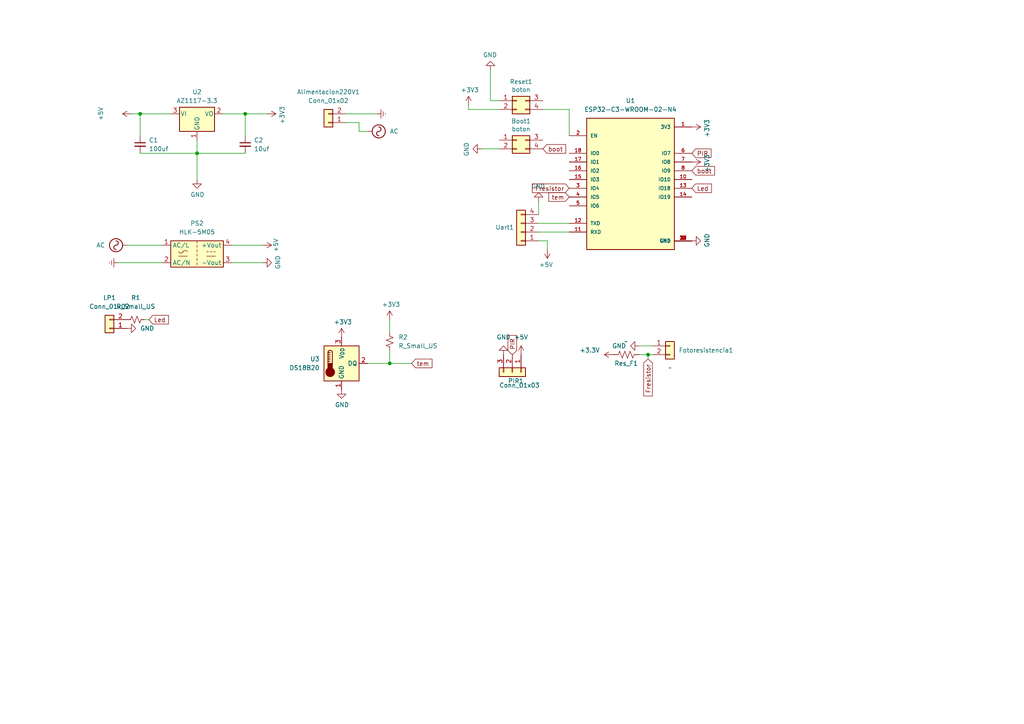
<source format=kicad_sch>
(kicad_sch (version 20230121) (generator eeschema)

  (uuid 67e47334-158b-4cda-a404-0f9534b26d77)

  (paper "A4")

  (lib_symbols
    (symbol "Connector_Generic:Conn_01x02" (pin_names (offset 1.016) hide) (in_bom yes) (on_board yes)
      (property "Reference" "J" (at 0 2.54 0)
        (effects (font (size 1.27 1.27)))
      )
      (property "Value" "Conn_01x02" (at 0 -5.08 0)
        (effects (font (size 1.27 1.27)))
      )
      (property "Footprint" "" (at 0 0 0)
        (effects (font (size 1.27 1.27)) hide)
      )
      (property "Datasheet" "~" (at 0 0 0)
        (effects (font (size 1.27 1.27)) hide)
      )
      (property "ki_keywords" "connector" (at 0 0 0)
        (effects (font (size 1.27 1.27)) hide)
      )
      (property "ki_description" "Generic connector, single row, 01x02, script generated (kicad-library-utils/schlib/autogen/connector/)" (at 0 0 0)
        (effects (font (size 1.27 1.27)) hide)
      )
      (property "ki_fp_filters" "Connector*:*_1x??_*" (at 0 0 0)
        (effects (font (size 1.27 1.27)) hide)
      )
      (symbol "Conn_01x02_1_1"
        (rectangle (start -1.27 -2.413) (end 0 -2.667)
          (stroke (width 0.1524) (type default))
          (fill (type none))
        )
        (rectangle (start -1.27 0.127) (end 0 -0.127)
          (stroke (width 0.1524) (type default))
          (fill (type none))
        )
        (rectangle (start -1.27 1.27) (end 1.27 -3.81)
          (stroke (width 0.254) (type default))
          (fill (type background))
        )
        (pin passive line (at -5.08 0 0) (length 3.81)
          (name "Pin_1" (effects (font (size 1.27 1.27))))
          (number "1" (effects (font (size 1.27 1.27))))
        )
        (pin passive line (at -5.08 -2.54 0) (length 3.81)
          (name "Pin_2" (effects (font (size 1.27 1.27))))
          (number "2" (effects (font (size 1.27 1.27))))
        )
      )
    )
    (symbol "Connector_Generic:Conn_01x03" (pin_names (offset 1.016) hide) (in_bom yes) (on_board yes)
      (property "Reference" "J" (at 0 5.08 0)
        (effects (font (size 1.27 1.27)))
      )
      (property "Value" "Conn_01x03" (at 0 -5.08 0)
        (effects (font (size 1.27 1.27)))
      )
      (property "Footprint" "" (at 0 0 0)
        (effects (font (size 1.27 1.27)) hide)
      )
      (property "Datasheet" "~" (at 0 0 0)
        (effects (font (size 1.27 1.27)) hide)
      )
      (property "ki_keywords" "connector" (at 0 0 0)
        (effects (font (size 1.27 1.27)) hide)
      )
      (property "ki_description" "Generic connector, single row, 01x03, script generated (kicad-library-utils/schlib/autogen/connector/)" (at 0 0 0)
        (effects (font (size 1.27 1.27)) hide)
      )
      (property "ki_fp_filters" "Connector*:*_1x??_*" (at 0 0 0)
        (effects (font (size 1.27 1.27)) hide)
      )
      (symbol "Conn_01x03_1_1"
        (rectangle (start -1.27 -2.413) (end 0 -2.667)
          (stroke (width 0.1524) (type default))
          (fill (type none))
        )
        (rectangle (start -1.27 0.127) (end 0 -0.127)
          (stroke (width 0.1524) (type default))
          (fill (type none))
        )
        (rectangle (start -1.27 2.667) (end 0 2.413)
          (stroke (width 0.1524) (type default))
          (fill (type none))
        )
        (rectangle (start -1.27 3.81) (end 1.27 -3.81)
          (stroke (width 0.254) (type default))
          (fill (type background))
        )
        (pin passive line (at -5.08 2.54 0) (length 3.81)
          (name "Pin_1" (effects (font (size 1.27 1.27))))
          (number "1" (effects (font (size 1.27 1.27))))
        )
        (pin passive line (at -5.08 0 0) (length 3.81)
          (name "Pin_2" (effects (font (size 1.27 1.27))))
          (number "2" (effects (font (size 1.27 1.27))))
        )
        (pin passive line (at -5.08 -2.54 0) (length 3.81)
          (name "Pin_3" (effects (font (size 1.27 1.27))))
          (number "3" (effects (font (size 1.27 1.27))))
        )
      )
    )
    (symbol "Connector_Generic:Conn_01x04" (pin_names (offset 1.016) hide) (in_bom yes) (on_board yes)
      (property "Reference" "J" (at 0 5.08 0)
        (effects (font (size 1.27 1.27)))
      )
      (property "Value" "Conn_01x04" (at 0 -7.62 0)
        (effects (font (size 1.27 1.27)))
      )
      (property "Footprint" "" (at 0 0 0)
        (effects (font (size 1.27 1.27)) hide)
      )
      (property "Datasheet" "~" (at 0 0 0)
        (effects (font (size 1.27 1.27)) hide)
      )
      (property "ki_keywords" "connector" (at 0 0 0)
        (effects (font (size 1.27 1.27)) hide)
      )
      (property "ki_description" "Generic connector, single row, 01x04, script generated (kicad-library-utils/schlib/autogen/connector/)" (at 0 0 0)
        (effects (font (size 1.27 1.27)) hide)
      )
      (property "ki_fp_filters" "Connector*:*_1x??_*" (at 0 0 0)
        (effects (font (size 1.27 1.27)) hide)
      )
      (symbol "Conn_01x04_1_1"
        (rectangle (start -1.27 -4.953) (end 0 -5.207)
          (stroke (width 0.1524) (type default))
          (fill (type none))
        )
        (rectangle (start -1.27 -2.413) (end 0 -2.667)
          (stroke (width 0.1524) (type default))
          (fill (type none))
        )
        (rectangle (start -1.27 0.127) (end 0 -0.127)
          (stroke (width 0.1524) (type default))
          (fill (type none))
        )
        (rectangle (start -1.27 2.667) (end 0 2.413)
          (stroke (width 0.1524) (type default))
          (fill (type none))
        )
        (rectangle (start -1.27 3.81) (end 1.27 -6.35)
          (stroke (width 0.254) (type default))
          (fill (type background))
        )
        (pin passive line (at -5.08 2.54 0) (length 3.81)
          (name "Pin_1" (effects (font (size 1.27 1.27))))
          (number "1" (effects (font (size 1.27 1.27))))
        )
        (pin passive line (at -5.08 0 0) (length 3.81)
          (name "Pin_2" (effects (font (size 1.27 1.27))))
          (number "2" (effects (font (size 1.27 1.27))))
        )
        (pin passive line (at -5.08 -2.54 0) (length 3.81)
          (name "Pin_3" (effects (font (size 1.27 1.27))))
          (number "3" (effects (font (size 1.27 1.27))))
        )
        (pin passive line (at -5.08 -5.08 0) (length 3.81)
          (name "Pin_4" (effects (font (size 1.27 1.27))))
          (number "4" (effects (font (size 1.27 1.27))))
        )
      )
    )
    (symbol "Connector_Generic:Conn_02x02_Top_Bottom" (pin_names (offset 1.016) hide) (in_bom yes) (on_board yes)
      (property "Reference" "J" (at 1.27 2.54 0)
        (effects (font (size 1.27 1.27)))
      )
      (property "Value" "Conn_02x02_Top_Bottom" (at 1.27 -5.08 0)
        (effects (font (size 1.27 1.27)))
      )
      (property "Footprint" "" (at 0 0 0)
        (effects (font (size 1.27 1.27)) hide)
      )
      (property "Datasheet" "~" (at 0 0 0)
        (effects (font (size 1.27 1.27)) hide)
      )
      (property "ki_keywords" "connector" (at 0 0 0)
        (effects (font (size 1.27 1.27)) hide)
      )
      (property "ki_description" "Generic connector, double row, 02x02, top/bottom pin numbering scheme (row 1: 1...pins_per_row, row2: pins_per_row+1 ... num_pins), script generated (kicad-library-utils/schlib/autogen/connector/)" (at 0 0 0)
        (effects (font (size 1.27 1.27)) hide)
      )
      (property "ki_fp_filters" "Connector*:*_2x??_*" (at 0 0 0)
        (effects (font (size 1.27 1.27)) hide)
      )
      (symbol "Conn_02x02_Top_Bottom_1_1"
        (rectangle (start -1.27 -2.413) (end 0 -2.667)
          (stroke (width 0.1524) (type default))
          (fill (type none))
        )
        (rectangle (start -1.27 0.127) (end 0 -0.127)
          (stroke (width 0.1524) (type default))
          (fill (type none))
        )
        (rectangle (start -1.27 1.27) (end 3.81 -3.81)
          (stroke (width 0.254) (type default))
          (fill (type background))
        )
        (rectangle (start 3.81 -2.413) (end 2.54 -2.667)
          (stroke (width 0.1524) (type default))
          (fill (type none))
        )
        (rectangle (start 3.81 0.127) (end 2.54 -0.127)
          (stroke (width 0.1524) (type default))
          (fill (type none))
        )
        (pin passive line (at -5.08 0 0) (length 3.81)
          (name "Pin_1" (effects (font (size 1.27 1.27))))
          (number "1" (effects (font (size 1.27 1.27))))
        )
        (pin passive line (at -5.08 -2.54 0) (length 3.81)
          (name "Pin_2" (effects (font (size 1.27 1.27))))
          (number "2" (effects (font (size 1.27 1.27))))
        )
        (pin passive line (at 7.62 0 180) (length 3.81)
          (name "Pin_3" (effects (font (size 1.27 1.27))))
          (number "3" (effects (font (size 1.27 1.27))))
        )
        (pin passive line (at 7.62 -2.54 180) (length 3.81)
          (name "Pin_4" (effects (font (size 1.27 1.27))))
          (number "4" (effects (font (size 1.27 1.27))))
        )
      )
    )
    (symbol "Converter_ACDC:HLK-5M05" (in_bom yes) (on_board yes)
      (property "Reference" "PS" (at 0 5.08 0)
        (effects (font (size 1.27 1.27)))
      )
      (property "Value" "HLK-5M05" (at 0 -5.08 0)
        (effects (font (size 1.27 1.27)))
      )
      (property "Footprint" "Converter_ACDC:Converter_ACDC_HiLink_HLK-5Mxx" (at 0 -7.62 0)
        (effects (font (size 1.27 1.27)) hide)
      )
      (property "Datasheet" "http://h.hlktech.com/download/ACDC%E7%94%B5%E6%BA%90%E6%A8%A1%E5%9D%975W%E7%B3%BB%E5%88%97/1/%E6%B5%B7%E5%87%8C%E7%A7%915W%E7%B3%BB%E5%88%97%E7%94%B5%E6%BA%90%E6%A8%A1%E5%9D%97%E8%A7%84%E6%A0%BC%E4%B9%A6V2.8.pdf" (at 10.16 -10.16 0)
        (effects (font (size 1.27 1.27)) hide)
      )
      (property "ki_keywords" "AC/DC module power supply" (at 0 0 0)
        (effects (font (size 1.27 1.27)) hide)
      )
      (property "ki_description" "Compact AC/DC board mount power module 5W, 5V 1A" (at 0 0 0)
        (effects (font (size 1.27 1.27)) hide)
      )
      (property "ki_fp_filters" "Converter*ACDC*HiLink*HLK?5M*" (at 0 0 0)
        (effects (font (size 1.27 1.27)) hide)
      )
      (symbol "HLK-5M05_0_1"
        (rectangle (start -7.62 3.81) (end 7.62 -3.81)
          (stroke (width 0.254) (type default))
          (fill (type background))
        )
        (arc (start -5.334 0.635) (mid -4.699 0.2495) (end -4.064 0.635)
          (stroke (width 0) (type default))
          (fill (type none))
        )
        (arc (start -2.794 0.635) (mid -3.429 1.0072) (end -4.064 0.635)
          (stroke (width 0) (type default))
          (fill (type none))
        )
        (polyline
          (pts
            (xy -5.334 -0.635)
            (xy -2.794 -0.635)
          )
          (stroke (width 0) (type default))
          (fill (type none))
        )
        (polyline
          (pts
            (xy 0 -2.54)
            (xy 0 -3.175)
          )
          (stroke (width 0) (type default))
          (fill (type none))
        )
        (polyline
          (pts
            (xy 0 -1.27)
            (xy 0 -1.905)
          )
          (stroke (width 0) (type default))
          (fill (type none))
        )
        (polyline
          (pts
            (xy 0 0)
            (xy 0 -0.635)
          )
          (stroke (width 0) (type default))
          (fill (type none))
        )
        (polyline
          (pts
            (xy 0 1.27)
            (xy 0 0.635)
          )
          (stroke (width 0) (type default))
          (fill (type none))
        )
        (polyline
          (pts
            (xy 0 2.54)
            (xy 0 1.905)
          )
          (stroke (width 0) (type default))
          (fill (type none))
        )
        (polyline
          (pts
            (xy 0 3.81)
            (xy 0 3.175)
          )
          (stroke (width 0) (type default))
          (fill (type none))
        )
        (polyline
          (pts
            (xy 2.794 -0.635)
            (xy 5.334 -0.635)
          )
          (stroke (width 0) (type default))
          (fill (type none))
        )
        (polyline
          (pts
            (xy 2.794 0.635)
            (xy 3.302 0.635)
          )
          (stroke (width 0) (type default))
          (fill (type none))
        )
        (polyline
          (pts
            (xy 3.81 0.635)
            (xy 4.318 0.635)
          )
          (stroke (width 0) (type default))
          (fill (type none))
        )
        (polyline
          (pts
            (xy 4.826 0.635)
            (xy 5.334 0.635)
          )
          (stroke (width 0) (type default))
          (fill (type none))
        )
      )
      (symbol "HLK-5M05_1_1"
        (pin power_in line (at -10.16 2.54 0) (length 2.54)
          (name "AC/L" (effects (font (size 1.27 1.27))))
          (number "1" (effects (font (size 1.27 1.27))))
        )
        (pin power_in line (at -10.16 -2.54 0) (length 2.54)
          (name "AC/N" (effects (font (size 1.27 1.27))))
          (number "2" (effects (font (size 1.27 1.27))))
        )
        (pin power_out line (at 10.16 -2.54 180) (length 2.54)
          (name "-Vout" (effects (font (size 1.27 1.27))))
          (number "3" (effects (font (size 1.27 1.27))))
        )
        (pin power_out line (at 10.16 2.54 180) (length 2.54)
          (name "+Vout" (effects (font (size 1.27 1.27))))
          (number "4" (effects (font (size 1.27 1.27))))
        )
      )
    )
    (symbol "Device:C_Small" (pin_numbers hide) (pin_names (offset 0.254) hide) (in_bom yes) (on_board yes)
      (property "Reference" "C" (at 0.254 1.778 0)
        (effects (font (size 1.27 1.27)) (justify left))
      )
      (property "Value" "C_Small" (at 0.254 -2.032 0)
        (effects (font (size 1.27 1.27)) (justify left))
      )
      (property "Footprint" "" (at 0 0 0)
        (effects (font (size 1.27 1.27)) hide)
      )
      (property "Datasheet" "~" (at 0 0 0)
        (effects (font (size 1.27 1.27)) hide)
      )
      (property "ki_keywords" "capacitor cap" (at 0 0 0)
        (effects (font (size 1.27 1.27)) hide)
      )
      (property "ki_description" "Unpolarized capacitor, small symbol" (at 0 0 0)
        (effects (font (size 1.27 1.27)) hide)
      )
      (property "ki_fp_filters" "C_*" (at 0 0 0)
        (effects (font (size 1.27 1.27)) hide)
      )
      (symbol "C_Small_0_1"
        (polyline
          (pts
            (xy -1.524 -0.508)
            (xy 1.524 -0.508)
          )
          (stroke (width 0.3302) (type default))
          (fill (type none))
        )
        (polyline
          (pts
            (xy -1.524 0.508)
            (xy 1.524 0.508)
          )
          (stroke (width 0.3048) (type default))
          (fill (type none))
        )
      )
      (symbol "C_Small_1_1"
        (pin passive line (at 0 2.54 270) (length 2.032)
          (name "~" (effects (font (size 1.27 1.27))))
          (number "1" (effects (font (size 1.27 1.27))))
        )
        (pin passive line (at 0 -2.54 90) (length 2.032)
          (name "~" (effects (font (size 1.27 1.27))))
          (number "2" (effects (font (size 1.27 1.27))))
        )
      )
    )
    (symbol "Device:R_Small_US" (pin_numbers hide) (pin_names (offset 0.254) hide) (in_bom yes) (on_board yes)
      (property "Reference" "R" (at 0.762 0.508 0)
        (effects (font (size 1.27 1.27)) (justify left))
      )
      (property "Value" "R_Small_US" (at 0.762 -1.016 0)
        (effects (font (size 1.27 1.27)) (justify left))
      )
      (property "Footprint" "" (at 0 0 0)
        (effects (font (size 1.27 1.27)) hide)
      )
      (property "Datasheet" "~" (at 0 0 0)
        (effects (font (size 1.27 1.27)) hide)
      )
      (property "ki_keywords" "r resistor" (at 0 0 0)
        (effects (font (size 1.27 1.27)) hide)
      )
      (property "ki_description" "Resistor, small US symbol" (at 0 0 0)
        (effects (font (size 1.27 1.27)) hide)
      )
      (property "ki_fp_filters" "R_*" (at 0 0 0)
        (effects (font (size 1.27 1.27)) hide)
      )
      (symbol "R_Small_US_1_1"
        (polyline
          (pts
            (xy 0 0)
            (xy 1.016 -0.381)
            (xy 0 -0.762)
            (xy -1.016 -1.143)
            (xy 0 -1.524)
          )
          (stroke (width 0) (type default))
          (fill (type none))
        )
        (polyline
          (pts
            (xy 0 1.524)
            (xy 1.016 1.143)
            (xy 0 0.762)
            (xy -1.016 0.381)
            (xy 0 0)
          )
          (stroke (width 0) (type default))
          (fill (type none))
        )
        (pin passive line (at 0 2.54 270) (length 1.016)
          (name "~" (effects (font (size 1.27 1.27))))
          (number "1" (effects (font (size 1.27 1.27))))
        )
        (pin passive line (at 0 -2.54 90) (length 1.016)
          (name "~" (effects (font (size 1.27 1.27))))
          (number "2" (effects (font (size 1.27 1.27))))
        )
      )
    )
    (symbol "Device:R_US" (pin_numbers hide) (pin_names (offset 0)) (in_bom yes) (on_board yes)
      (property "Reference" "R" (at 2.54 0 90)
        (effects (font (size 1.27 1.27)))
      )
      (property "Value" "R_US" (at -2.54 0 90)
        (effects (font (size 1.27 1.27)))
      )
      (property "Footprint" "" (at 1.016 -0.254 90)
        (effects (font (size 1.27 1.27)) hide)
      )
      (property "Datasheet" "~" (at 0 0 0)
        (effects (font (size 1.27 1.27)) hide)
      )
      (property "ki_keywords" "R res resistor" (at 0 0 0)
        (effects (font (size 1.27 1.27)) hide)
      )
      (property "ki_description" "Resistor, US symbol" (at 0 0 0)
        (effects (font (size 1.27 1.27)) hide)
      )
      (property "ki_fp_filters" "R_*" (at 0 0 0)
        (effects (font (size 1.27 1.27)) hide)
      )
      (symbol "R_US_0_1"
        (polyline
          (pts
            (xy 0 -2.286)
            (xy 0 -2.54)
          )
          (stroke (width 0) (type default))
          (fill (type none))
        )
        (polyline
          (pts
            (xy 0 2.286)
            (xy 0 2.54)
          )
          (stroke (width 0) (type default))
          (fill (type none))
        )
        (polyline
          (pts
            (xy 0 -0.762)
            (xy 1.016 -1.143)
            (xy 0 -1.524)
            (xy -1.016 -1.905)
            (xy 0 -2.286)
          )
          (stroke (width 0) (type default))
          (fill (type none))
        )
        (polyline
          (pts
            (xy 0 0.762)
            (xy 1.016 0.381)
            (xy 0 0)
            (xy -1.016 -0.381)
            (xy 0 -0.762)
          )
          (stroke (width 0) (type default))
          (fill (type none))
        )
        (polyline
          (pts
            (xy 0 2.286)
            (xy 1.016 1.905)
            (xy 0 1.524)
            (xy -1.016 1.143)
            (xy 0 0.762)
          )
          (stroke (width 0) (type default))
          (fill (type none))
        )
      )
      (symbol "R_US_1_1"
        (pin passive line (at 0 3.81 270) (length 1.27)
          (name "~" (effects (font (size 1.27 1.27))))
          (number "1" (effects (font (size 1.27 1.27))))
        )
        (pin passive line (at 0 -3.81 90) (length 1.27)
          (name "~" (effects (font (size 1.27 1.27))))
          (number "2" (effects (font (size 1.27 1.27))))
        )
      )
    )
    (symbol "KikadSimbolos:ESP32-C3-WROOM-02-N4" (pin_names (offset 1.016)) (in_bom yes) (on_board yes)
      (property "Reference" "U" (at -12.7 21.082 0)
        (effects (font (size 1.27 1.27)) (justify left bottom))
      )
      (property "Value" "ESP32-C3-WROOM-02-N4" (at -12.7 -18.542 0)
        (effects (font (size 1.27 1.27)) (justify left top))
      )
      (property "Footprint" "ESP32-C3-WROOM-02-N4:MODULE_ESP32-C3-WROOM-02-H4" (at 0 0 0)
        (effects (font (size 1.27 1.27)) (justify bottom) hide)
      )
      (property "Datasheet" "" (at 0 0 0)
        (effects (font (size 1.27 1.27)) hide)
      )
      (property "MF" "Espressif Systems" (at 0 0 0)
        (effects (font (size 1.27 1.27)) (justify bottom) hide)
      )
      (property "DESCRIPTION" "WiFi Modules (802.11) (Engineering Samples) SMD module, ESP32-C3, 4MB SPI flash, PCB antenna, -40 C +105 C" (at 0 0 0)
        (effects (font (size 1.27 1.27)) (justify bottom) hide)
      )
      (property "PACKAGE" "Package" (at 0 0 0)
        (effects (font (size 1.27 1.27)) (justify bottom) hide)
      )
      (property "PRICE" "None" (at 0 0 0)
        (effects (font (size 1.27 1.27)) (justify bottom) hide)
      )
      (property "Package" "Package" (at 0 0 0)
        (effects (font (size 1.27 1.27)) (justify bottom) hide)
      )
      (property "Check_prices" "https://www.snapeda.com/parts/ESP32-C3-WROOM-02-N4/Espressif+Systems/view-part/?ref=eda" (at 0 0 0)
        (effects (font (size 1.27 1.27)) (justify bottom) hide)
      )
      (property "Price" "None" (at 0 0 0)
        (effects (font (size 1.27 1.27)) (justify bottom) hide)
      )
      (property "SnapEDA_Link" "https://www.snapeda.com/parts/ESP32-C3-WROOM-02-N4/Espressif+Systems/view-part/?ref=snap" (at 0 0 0)
        (effects (font (size 1.27 1.27)) (justify bottom) hide)
      )
      (property "MP" "ESP32-C3-WROOM-02-N4" (at 0 0 0)
        (effects (font (size 1.27 1.27)) (justify bottom) hide)
      )
      (property "Description" "\n                        \n                            WiFi Modules (802.11) (Engineering Samples) SMD module, ESP32-C3, 4MB SPI flash, PCB antenna, -40 C +85 C\n                        \n" (at 0 0 0)
        (effects (font (size 1.27 1.27)) (justify bottom) hide)
      )
      (property "Availability" "In Stock" (at 0 0 0)
        (effects (font (size 1.27 1.27)) (justify bottom) hide)
      )
      (property "AVAILABILITY" "In Stock" (at 0 0 0)
        (effects (font (size 1.27 1.27)) (justify bottom) hide)
      )
      (property "PURCHASE-URL" "https://pricing.snapeda.com/search/part/ESP32-C3-WROOM-02-H4/?ref=eda" (at 0 0 0)
        (effects (font (size 1.27 1.27)) (justify bottom) hide)
      )
      (symbol "ESP32-C3-WROOM-02-N4_0_0"
        (rectangle (start -12.7 -17.78) (end 12.7 20.32)
          (stroke (width 0.254) (type default))
          (fill (type background))
        )
        (pin power_in line (at 17.78 17.78 180) (length 5.08)
          (name "3V3" (effects (font (size 1.016 1.016))))
          (number "1" (effects (font (size 1.016 1.016))))
        )
        (pin bidirectional line (at 17.78 2.54 180) (length 5.08)
          (name "IO10" (effects (font (size 1.016 1.016))))
          (number "10" (effects (font (size 1.016 1.016))))
        )
        (pin bidirectional line (at -17.78 -12.7 0) (length 5.08)
          (name "RXD" (effects (font (size 1.016 1.016))))
          (number "11" (effects (font (size 1.016 1.016))))
        )
        (pin bidirectional line (at -17.78 -10.16 0) (length 5.08)
          (name "TXD" (effects (font (size 1.016 1.016))))
          (number "12" (effects (font (size 1.016 1.016))))
        )
        (pin bidirectional line (at 17.78 0 180) (length 5.08)
          (name "IO18" (effects (font (size 1.016 1.016))))
          (number "13" (effects (font (size 1.016 1.016))))
        )
        (pin bidirectional line (at 17.78 -2.54 180) (length 5.08)
          (name "IO19" (effects (font (size 1.016 1.016))))
          (number "14" (effects (font (size 1.016 1.016))))
        )
        (pin bidirectional line (at -17.78 2.54 0) (length 5.08)
          (name "IO3" (effects (font (size 1.016 1.016))))
          (number "15" (effects (font (size 1.016 1.016))))
        )
        (pin bidirectional line (at -17.78 5.08 0) (length 5.08)
          (name "IO2" (effects (font (size 1.016 1.016))))
          (number "16" (effects (font (size 1.016 1.016))))
        )
        (pin bidirectional line (at -17.78 7.62 0) (length 5.08)
          (name "IO1" (effects (font (size 1.016 1.016))))
          (number "17" (effects (font (size 1.016 1.016))))
        )
        (pin bidirectional line (at -17.78 10.16 0) (length 5.08)
          (name "IO0" (effects (font (size 1.016 1.016))))
          (number "18" (effects (font (size 1.016 1.016))))
        )
        (pin power_in line (at 17.78 -15.24 180) (length 5.08)
          (name "GND" (effects (font (size 1.016 1.016))))
          (number "19" (effects (font (size 1.016 1.016))))
        )
        (pin input line (at -17.78 15.24 0) (length 5.08)
          (name "EN" (effects (font (size 1.016 1.016))))
          (number "2" (effects (font (size 1.016 1.016))))
        )
        (pin power_in line (at 17.78 -15.24 180) (length 5.08)
          (name "GND" (effects (font (size 1.016 1.016))))
          (number "20" (effects (font (size 1.016 1.016))))
        )
        (pin power_in line (at 17.78 -15.24 180) (length 5.08)
          (name "GND" (effects (font (size 1.016 1.016))))
          (number "21" (effects (font (size 1.016 1.016))))
        )
        (pin power_in line (at 17.78 -15.24 180) (length 5.08)
          (name "GND" (effects (font (size 1.016 1.016))))
          (number "22" (effects (font (size 1.016 1.016))))
        )
        (pin power_in line (at 17.78 -15.24 180) (length 5.08)
          (name "GND" (effects (font (size 1.016 1.016))))
          (number "23" (effects (font (size 1.016 1.016))))
        )
        (pin power_in line (at 17.78 -15.24 180) (length 5.08)
          (name "GND" (effects (font (size 1.016 1.016))))
          (number "24" (effects (font (size 1.016 1.016))))
        )
        (pin power_in line (at 17.78 -15.24 180) (length 5.08)
          (name "GND" (effects (font (size 1.016 1.016))))
          (number "25" (effects (font (size 1.016 1.016))))
        )
        (pin power_in line (at 17.78 -15.24 180) (length 5.08)
          (name "GND" (effects (font (size 1.016 1.016))))
          (number "26" (effects (font (size 1.016 1.016))))
        )
        (pin power_in line (at 17.78 -15.24 180) (length 5.08)
          (name "GND" (effects (font (size 1.016 1.016))))
          (number "27" (effects (font (size 1.016 1.016))))
        )
        (pin power_in line (at 17.78 -15.24 180) (length 5.08)
          (name "GND" (effects (font (size 1.016 1.016))))
          (number "28" (effects (font (size 1.016 1.016))))
        )
        (pin power_in line (at 17.78 -15.24 180) (length 5.08)
          (name "GND" (effects (font (size 1.016 1.016))))
          (number "29" (effects (font (size 1.016 1.016))))
        )
        (pin bidirectional line (at -17.78 0 0) (length 5.08)
          (name "IO4" (effects (font (size 1.016 1.016))))
          (number "3" (effects (font (size 1.016 1.016))))
        )
        (pin power_in line (at 17.78 -15.24 180) (length 5.08)
          (name "GND" (effects (font (size 1.016 1.016))))
          (number "30" (effects (font (size 1.016 1.016))))
        )
        (pin power_in line (at 17.78 -15.24 180) (length 5.08)
          (name "GND" (effects (font (size 1.016 1.016))))
          (number "31" (effects (font (size 1.016 1.016))))
        )
        (pin power_in line (at 17.78 -15.24 180) (length 5.08)
          (name "GND" (effects (font (size 1.016 1.016))))
          (number "32" (effects (font (size 1.016 1.016))))
        )
        (pin power_in line (at 17.78 -15.24 180) (length 5.08)
          (name "GND" (effects (font (size 1.016 1.016))))
          (number "33" (effects (font (size 1.016 1.016))))
        )
        (pin power_in line (at 17.78 -15.24 180) (length 5.08)
          (name "GND" (effects (font (size 1.016 1.016))))
          (number "34" (effects (font (size 1.016 1.016))))
        )
        (pin power_in line (at 17.78 -15.24 180) (length 5.08)
          (name "GND" (effects (font (size 1.016 1.016))))
          (number "35" (effects (font (size 1.016 1.016))))
        )
        (pin power_in line (at 17.78 -15.24 180) (length 5.08)
          (name "GND" (effects (font (size 1.016 1.016))))
          (number "36" (effects (font (size 1.016 1.016))))
        )
        (pin power_in line (at 17.78 -15.24 180) (length 5.08)
          (name "GND" (effects (font (size 1.016 1.016))))
          (number "37" (effects (font (size 1.016 1.016))))
        )
        (pin power_in line (at 17.78 -15.24 180) (length 5.08)
          (name "GND" (effects (font (size 1.016 1.016))))
          (number "38" (effects (font (size 1.016 1.016))))
        )
        (pin power_in line (at 17.78 -15.24 180) (length 5.08)
          (name "GND" (effects (font (size 1.016 1.016))))
          (number "39" (effects (font (size 1.016 1.016))))
        )
        (pin bidirectional line (at -17.78 -2.54 0) (length 5.08)
          (name "IO5" (effects (font (size 1.016 1.016))))
          (number "4" (effects (font (size 1.016 1.016))))
        )
        (pin bidirectional line (at -17.78 -5.08 0) (length 5.08)
          (name "IO6" (effects (font (size 1.016 1.016))))
          (number "5" (effects (font (size 1.016 1.016))))
        )
        (pin bidirectional line (at 17.78 10.16 180) (length 5.08)
          (name "IO7" (effects (font (size 1.016 1.016))))
          (number "6" (effects (font (size 1.016 1.016))))
        )
        (pin bidirectional line (at 17.78 7.62 180) (length 5.08)
          (name "IO8" (effects (font (size 1.016 1.016))))
          (number "7" (effects (font (size 1.016 1.016))))
        )
        (pin bidirectional line (at 17.78 5.08 180) (length 5.08)
          (name "IO9" (effects (font (size 1.016 1.016))))
          (number "8" (effects (font (size 1.016 1.016))))
        )
        (pin power_in line (at 17.78 -15.24 180) (length 5.08)
          (name "GND" (effects (font (size 1.016 1.016))))
          (number "9" (effects (font (size 1.016 1.016))))
        )
      )
    )
    (symbol "Regulator_Linear:AZ1117-3.3" (pin_names (offset 0.254)) (in_bom yes) (on_board yes)
      (property "Reference" "U" (at -3.81 3.175 0)
        (effects (font (size 1.27 1.27)))
      )
      (property "Value" "AZ1117-3.3" (at 0 3.175 0)
        (effects (font (size 1.27 1.27)) (justify left))
      )
      (property "Footprint" "" (at 0 6.35 0)
        (effects (font (size 1.27 1.27) italic) hide)
      )
      (property "Datasheet" "https://www.diodes.com/assets/Datasheets/AZ1117.pdf" (at 0 0 0)
        (effects (font (size 1.27 1.27)) hide)
      )
      (property "ki_keywords" "Fixed Voltage Regulator 1A Positive LDO" (at 0 0 0)
        (effects (font (size 1.27 1.27)) hide)
      )
      (property "ki_description" "1A 20V Fixed LDO Linear Regulator, 3.3V, SOT-89/SOT-223/TO-220/TO-252/TO-263" (at 0 0 0)
        (effects (font (size 1.27 1.27)) hide)
      )
      (property "ki_fp_filters" "SOT?223* SOT?89* TO?220* TO?252* TO?263*" (at 0 0 0)
        (effects (font (size 1.27 1.27)) hide)
      )
      (symbol "AZ1117-3.3_0_1"
        (rectangle (start -5.08 1.905) (end 5.08 -5.08)
          (stroke (width 0.254) (type default))
          (fill (type background))
        )
      )
      (symbol "AZ1117-3.3_1_1"
        (pin power_in line (at 0 -7.62 90) (length 2.54)
          (name "GND" (effects (font (size 1.27 1.27))))
          (number "1" (effects (font (size 1.27 1.27))))
        )
        (pin power_out line (at 7.62 0 180) (length 2.54)
          (name "VO" (effects (font (size 1.27 1.27))))
          (number "2" (effects (font (size 1.27 1.27))))
        )
        (pin power_in line (at -7.62 0 0) (length 2.54)
          (name "VI" (effects (font (size 1.27 1.27))))
          (number "3" (effects (font (size 1.27 1.27))))
        )
      )
    )
    (symbol "Sensor_Temperature:DS18B20" (in_bom yes) (on_board yes)
      (property "Reference" "U" (at -3.81 6.35 0)
        (effects (font (size 1.27 1.27)))
      )
      (property "Value" "DS18B20" (at 6.35 6.35 0)
        (effects (font (size 1.27 1.27)))
      )
      (property "Footprint" "Package_TO_SOT_THT:TO-92_Inline" (at -25.4 -6.35 0)
        (effects (font (size 1.27 1.27)) hide)
      )
      (property "Datasheet" "http://datasheets.maximintegrated.com/en/ds/DS18B20.pdf" (at -3.81 6.35 0)
        (effects (font (size 1.27 1.27)) hide)
      )
      (property "ki_keywords" "OneWire 1Wire Dallas Maxim" (at 0 0 0)
        (effects (font (size 1.27 1.27)) hide)
      )
      (property "ki_description" "Programmable Resolution 1-Wire Digital Thermometer TO-92" (at 0 0 0)
        (effects (font (size 1.27 1.27)) hide)
      )
      (property "ki_fp_filters" "TO*92*" (at 0 0 0)
        (effects (font (size 1.27 1.27)) hide)
      )
      (symbol "DS18B20_0_1"
        (rectangle (start -5.08 5.08) (end 5.08 -5.08)
          (stroke (width 0.254) (type default))
          (fill (type background))
        )
        (circle (center -3.302 -2.54) (radius 1.27)
          (stroke (width 0.254) (type default))
          (fill (type outline))
        )
        (rectangle (start -2.667 -1.905) (end -3.937 0)
          (stroke (width 0.254) (type default))
          (fill (type outline))
        )
        (arc (start -2.667 3.175) (mid -3.302 3.8073) (end -3.937 3.175)
          (stroke (width 0.254) (type default))
          (fill (type none))
        )
        (polyline
          (pts
            (xy -3.937 0.635)
            (xy -3.302 0.635)
          )
          (stroke (width 0.254) (type default))
          (fill (type none))
        )
        (polyline
          (pts
            (xy -3.937 1.27)
            (xy -3.302 1.27)
          )
          (stroke (width 0.254) (type default))
          (fill (type none))
        )
        (polyline
          (pts
            (xy -3.937 1.905)
            (xy -3.302 1.905)
          )
          (stroke (width 0.254) (type default))
          (fill (type none))
        )
        (polyline
          (pts
            (xy -3.937 2.54)
            (xy -3.302 2.54)
          )
          (stroke (width 0.254) (type default))
          (fill (type none))
        )
        (polyline
          (pts
            (xy -3.937 3.175)
            (xy -3.937 0)
          )
          (stroke (width 0.254) (type default))
          (fill (type none))
        )
        (polyline
          (pts
            (xy -3.937 3.175)
            (xy -3.302 3.175)
          )
          (stroke (width 0.254) (type default))
          (fill (type none))
        )
        (polyline
          (pts
            (xy -2.667 3.175)
            (xy -2.667 0)
          )
          (stroke (width 0.254) (type default))
          (fill (type none))
        )
      )
      (symbol "DS18B20_1_1"
        (pin power_in line (at 0 -7.62 90) (length 2.54)
          (name "GND" (effects (font (size 1.27 1.27))))
          (number "1" (effects (font (size 1.27 1.27))))
        )
        (pin bidirectional line (at 7.62 0 180) (length 2.54)
          (name "DQ" (effects (font (size 1.27 1.27))))
          (number "2" (effects (font (size 1.27 1.27))))
        )
        (pin power_in line (at 0 7.62 270) (length 2.54)
          (name "V_{DD}" (effects (font (size 1.27 1.27))))
          (number "3" (effects (font (size 1.27 1.27))))
        )
      )
    )
    (symbol "pcbVentana-rescue:+3.3V-power" (power) (pin_names (offset 0)) (in_bom yes) (on_board yes)
      (property "Reference" "#PWR" (at 0 -3.81 0)
        (effects (font (size 1.27 1.27)) hide)
      )
      (property "Value" "+3.3V-power" (at 0 3.556 0)
        (effects (font (size 1.27 1.27)))
      )
      (property "Footprint" "" (at 0 0 0)
        (effects (font (size 1.27 1.27)) hide)
      )
      (property "Datasheet" "" (at 0 0 0)
        (effects (font (size 1.27 1.27)) hide)
      )
      (symbol "+3.3V-power_0_1"
        (polyline
          (pts
            (xy -0.762 1.27)
            (xy 0 2.54)
          )
          (stroke (width 0) (type solid))
          (fill (type none))
        )
        (polyline
          (pts
            (xy 0 0)
            (xy 0 2.54)
          )
          (stroke (width 0) (type solid))
          (fill (type none))
        )
        (polyline
          (pts
            (xy 0 2.54)
            (xy 0.762 1.27)
          )
          (stroke (width 0) (type solid))
          (fill (type none))
        )
      )
      (symbol "+3.3V-power_1_1"
        (pin power_in line (at 0 0 90) (length 0) hide
          (name "+3V3" (effects (font (size 1.27 1.27))))
          (number "1" (effects (font (size 1.27 1.27))))
        )
      )
    )
    (symbol "power:+3.3V" (power) (pin_names (offset 0)) (in_bom yes) (on_board yes)
      (property "Reference" "#PWR" (at 0 -3.81 0)
        (effects (font (size 1.27 1.27)) hide)
      )
      (property "Value" "+3.3V" (at 0 3.556 0)
        (effects (font (size 1.27 1.27)))
      )
      (property "Footprint" "" (at 0 0 0)
        (effects (font (size 1.27 1.27)) hide)
      )
      (property "Datasheet" "" (at 0 0 0)
        (effects (font (size 1.27 1.27)) hide)
      )
      (property "ki_keywords" "global power" (at 0 0 0)
        (effects (font (size 1.27 1.27)) hide)
      )
      (property "ki_description" "Power symbol creates a global label with name \"+3.3V\"" (at 0 0 0)
        (effects (font (size 1.27 1.27)) hide)
      )
      (symbol "+3.3V_0_1"
        (polyline
          (pts
            (xy -0.762 1.27)
            (xy 0 2.54)
          )
          (stroke (width 0) (type default))
          (fill (type none))
        )
        (polyline
          (pts
            (xy 0 0)
            (xy 0 2.54)
          )
          (stroke (width 0) (type default))
          (fill (type none))
        )
        (polyline
          (pts
            (xy 0 2.54)
            (xy 0.762 1.27)
          )
          (stroke (width 0) (type default))
          (fill (type none))
        )
      )
      (symbol "+3.3V_1_1"
        (pin power_in line (at 0 0 90) (length 0) hide
          (name "+3.3V" (effects (font (size 1.27 1.27))))
          (number "1" (effects (font (size 1.27 1.27))))
        )
      )
    )
    (symbol "power:+5V" (power) (pin_names (offset 0)) (in_bom yes) (on_board yes)
      (property "Reference" "#PWR" (at 0 -3.81 0)
        (effects (font (size 1.27 1.27)) hide)
      )
      (property "Value" "+5V" (at 0 3.556 0)
        (effects (font (size 1.27 1.27)))
      )
      (property "Footprint" "" (at 0 0 0)
        (effects (font (size 1.27 1.27)) hide)
      )
      (property "Datasheet" "" (at 0 0 0)
        (effects (font (size 1.27 1.27)) hide)
      )
      (property "ki_keywords" "global power" (at 0 0 0)
        (effects (font (size 1.27 1.27)) hide)
      )
      (property "ki_description" "Power symbol creates a global label with name \"+5V\"" (at 0 0 0)
        (effects (font (size 1.27 1.27)) hide)
      )
      (symbol "+5V_0_1"
        (polyline
          (pts
            (xy -0.762 1.27)
            (xy 0 2.54)
          )
          (stroke (width 0) (type default))
          (fill (type none))
        )
        (polyline
          (pts
            (xy 0 0)
            (xy 0 2.54)
          )
          (stroke (width 0) (type default))
          (fill (type none))
        )
        (polyline
          (pts
            (xy 0 2.54)
            (xy 0.762 1.27)
          )
          (stroke (width 0) (type default))
          (fill (type none))
        )
      )
      (symbol "+5V_1_1"
        (pin power_in line (at 0 0 90) (length 0) hide
          (name "+5V" (effects (font (size 1.27 1.27))))
          (number "1" (effects (font (size 1.27 1.27))))
        )
      )
    )
    (symbol "power:AC" (power) (pin_names (offset 0)) (in_bom yes) (on_board yes)
      (property "Reference" "#PWR" (at 0 -2.54 0)
        (effects (font (size 1.27 1.27)) hide)
      )
      (property "Value" "AC" (at 0 6.35 0)
        (effects (font (size 1.27 1.27)))
      )
      (property "Footprint" "" (at 0 0 0)
        (effects (font (size 1.27 1.27)) hide)
      )
      (property "Datasheet" "" (at 0 0 0)
        (effects (font (size 1.27 1.27)) hide)
      )
      (property "ki_keywords" "global power" (at 0 0 0)
        (effects (font (size 1.27 1.27)) hide)
      )
      (property "ki_description" "Power symbol creates a global label with name \"AC\"" (at 0 0 0)
        (effects (font (size 1.27 1.27)) hide)
      )
      (symbol "AC_0_1"
        (polyline
          (pts
            (xy 0 0)
            (xy 0 1.27)
          )
          (stroke (width 0) (type default))
          (fill (type none))
        )
        (arc (start 0 3.175) (mid -0.635 3.8073) (end -1.27 3.175)
          (stroke (width 0.254) (type default))
          (fill (type none))
        )
        (arc (start 0 3.175) (mid 0.635 2.5427) (end 1.27 3.175)
          (stroke (width 0.254) (type default))
          (fill (type none))
        )
        (circle (center 0 3.175) (radius 1.905)
          (stroke (width 0.254) (type default))
          (fill (type none))
        )
      )
      (symbol "AC_1_1"
        (pin power_in line (at 0 0 90) (length 0) hide
          (name "AC" (effects (font (size 1.27 1.27))))
          (number "1" (effects (font (size 1.27 1.27))))
        )
      )
    )
    (symbol "power:Earth" (power) (pin_names (offset 0)) (in_bom yes) (on_board yes)
      (property "Reference" "#PWR" (at 0 -6.35 0)
        (effects (font (size 1.27 1.27)) hide)
      )
      (property "Value" "Earth" (at 0 -3.81 0)
        (effects (font (size 1.27 1.27)) hide)
      )
      (property "Footprint" "" (at 0 0 0)
        (effects (font (size 1.27 1.27)) hide)
      )
      (property "Datasheet" "~" (at 0 0 0)
        (effects (font (size 1.27 1.27)) hide)
      )
      (property "ki_keywords" "global ground gnd" (at 0 0 0)
        (effects (font (size 1.27 1.27)) hide)
      )
      (property "ki_description" "Power symbol creates a global label with name \"Earth\"" (at 0 0 0)
        (effects (font (size 1.27 1.27)) hide)
      )
      (symbol "Earth_0_1"
        (polyline
          (pts
            (xy -0.635 -1.905)
            (xy 0.635 -1.905)
          )
          (stroke (width 0) (type default))
          (fill (type none))
        )
        (polyline
          (pts
            (xy -0.127 -2.54)
            (xy 0.127 -2.54)
          )
          (stroke (width 0) (type default))
          (fill (type none))
        )
        (polyline
          (pts
            (xy 0 -1.27)
            (xy 0 0)
          )
          (stroke (width 0) (type default))
          (fill (type none))
        )
        (polyline
          (pts
            (xy 1.27 -1.27)
            (xy -1.27 -1.27)
          )
          (stroke (width 0) (type default))
          (fill (type none))
        )
      )
      (symbol "Earth_1_1"
        (pin power_in line (at 0 0 270) (length 0) hide
          (name "Earth" (effects (font (size 1.27 1.27))))
          (number "1" (effects (font (size 1.27 1.27))))
        )
      )
    )
    (symbol "power:GND" (power) (pin_names (offset 0)) (in_bom yes) (on_board yes)
      (property "Reference" "#PWR" (at 0 -6.35 0)
        (effects (font (size 1.27 1.27)) hide)
      )
      (property "Value" "GND" (at 0 -3.81 0)
        (effects (font (size 1.27 1.27)))
      )
      (property "Footprint" "" (at 0 0 0)
        (effects (font (size 1.27 1.27)) hide)
      )
      (property "Datasheet" "" (at 0 0 0)
        (effects (font (size 1.27 1.27)) hide)
      )
      (property "ki_keywords" "global power" (at 0 0 0)
        (effects (font (size 1.27 1.27)) hide)
      )
      (property "ki_description" "Power symbol creates a global label with name \"GND\" , ground" (at 0 0 0)
        (effects (font (size 1.27 1.27)) hide)
      )
      (symbol "GND_0_1"
        (polyline
          (pts
            (xy 0 0)
            (xy 0 -1.27)
            (xy 1.27 -1.27)
            (xy 0 -2.54)
            (xy -1.27 -1.27)
            (xy 0 -1.27)
          )
          (stroke (width 0) (type default))
          (fill (type none))
        )
      )
      (symbol "GND_1_1"
        (pin power_in line (at 0 0 270) (length 0) hide
          (name "GND" (effects (font (size 1.27 1.27))))
          (number "1" (effects (font (size 1.27 1.27))))
        )
      )
    )
  )

  (junction (at 57.15 44.45) (diameter 0) (color 0 0 0 0)
    (uuid 5f6f4d00-ea61-4981-a96c-c2b3380d4a1b)
  )
  (junction (at 187.96 102.87) (diameter 0) (color 0 0 0 0)
    (uuid 7ac21166-8f4e-43d3-a9a7-6e3f280fdb12)
  )
  (junction (at 40.64 33.02) (diameter 0) (color 0 0 0 0)
    (uuid 82b9ceae-94a6-41ca-84c2-89ff846a53ee)
  )
  (junction (at 113.03 105.41) (diameter 0) (color 0 0 0 0)
    (uuid be88ed97-b193-4141-a11c-49036b4399cb)
  )
  (junction (at 71.12 33.02) (diameter 0) (color 0 0 0 0)
    (uuid e11b11c4-a222-4c6a-9a72-2b25a2630086)
  )

  (wire (pts (xy 185.42 100.33) (xy 189.23 100.33))
    (stroke (width 0) (type default))
    (uuid 2285dafa-6d1b-48ae-ad3b-2bcb12daea82)
  )
  (wire (pts (xy 57.15 40.64) (xy 57.15 44.45))
    (stroke (width 0) (type default))
    (uuid 23ab05f9-4b19-4ad7-b146-14c5bcf68c57)
  )
  (wire (pts (xy 40.64 33.02) (xy 40.64 39.37))
    (stroke (width 0) (type default))
    (uuid 352105f9-00e4-4508-a406-3eede1efb195)
  )
  (wire (pts (xy 144.78 31.75) (xy 135.89 31.75))
    (stroke (width 0) (type default))
    (uuid 3cf49292-1317-4057-b073-543f81bc9c08)
  )
  (wire (pts (xy 156.21 67.31) (xy 165.1 67.31))
    (stroke (width 0) (type default))
    (uuid 43fd5042-ac98-4d0a-bdab-18414e817ba2)
  )
  (wire (pts (xy 113.03 105.41) (xy 119.38 105.41))
    (stroke (width 0) (type default))
    (uuid 4bc0c280-4c04-4a4e-8a8f-891dc0f25fcb)
  )
  (wire (pts (xy 157.48 31.75) (xy 165.1 31.75))
    (stroke (width 0) (type default))
    (uuid 4e745d29-8cef-4e82-add1-d4cda862e13e)
  )
  (wire (pts (xy 57.15 44.45) (xy 71.12 44.45))
    (stroke (width 0) (type default))
    (uuid 5094f575-06ef-4907-907f-7f6e900d2c8a)
  )
  (wire (pts (xy 67.31 76.2) (xy 76.2 76.2))
    (stroke (width 0) (type default))
    (uuid 574f0ec7-6534-4ca8-89c8-bf7d3df5b0a9)
  )
  (wire (pts (xy 185.42 102.87) (xy 187.96 102.87))
    (stroke (width 0) (type default))
    (uuid 5826c2aa-9068-4cb1-af27-818db088a30f)
  )
  (wire (pts (xy 36.83 71.12) (xy 46.99 71.12))
    (stroke (width 0) (type default))
    (uuid 62737c7c-1767-4444-99eb-40e4e0345878)
  )
  (wire (pts (xy 41.91 92.71) (xy 43.18 92.71))
    (stroke (width 0) (type default))
    (uuid 6385dd46-47fb-4332-b29c-ae0be8c9b750)
  )
  (wire (pts (xy 187.96 102.87) (xy 189.23 102.87))
    (stroke (width 0) (type default))
    (uuid 64aa3749-ba6d-4137-8e2b-0f6c7da53eae)
  )
  (wire (pts (xy 38.1 33.02) (xy 40.64 33.02))
    (stroke (width 0) (type default))
    (uuid 771347ec-fb98-46ef-8aef-2f7fbc559fba)
  )
  (wire (pts (xy 71.12 33.02) (xy 77.47 33.02))
    (stroke (width 0) (type default))
    (uuid 7907a3d7-308b-417f-bb9e-ab269dc23831)
  )
  (wire (pts (xy 71.12 33.02) (xy 71.12 39.37))
    (stroke (width 0) (type default))
    (uuid 7ef017b4-a81e-4607-9b26-02a32e0cba47)
  )
  (wire (pts (xy 113.03 101.6) (xy 113.03 105.41))
    (stroke (width 0) (type default))
    (uuid 819d2a6b-fa93-4484-b5d8-279695b9b9dd)
  )
  (wire (pts (xy 158.75 69.85) (xy 158.75 72.39))
    (stroke (width 0) (type default))
    (uuid 8472eeb4-758c-4af5-9493-c10220006808)
  )
  (wire (pts (xy 156.21 62.23) (xy 156.21 58.42))
    (stroke (width 0) (type default))
    (uuid 84fd22b3-69f8-4f23-b20e-9b85695d25f5)
  )
  (wire (pts (xy 144.78 43.18) (xy 139.7 43.18))
    (stroke (width 0) (type default))
    (uuid 911ac074-b252-4410-97be-18a7e50732f5)
  )
  (wire (pts (xy 34.29 76.2) (xy 46.99 76.2))
    (stroke (width 0) (type default))
    (uuid 9769de92-d438-4cdb-afee-ea3285361e6e)
  )
  (wire (pts (xy 165.1 64.77) (xy 156.21 64.77))
    (stroke (width 0) (type default))
    (uuid 9bbfa0e2-2553-44c5-b4bd-09e5ca12b37a)
  )
  (wire (pts (xy 106.68 105.41) (xy 113.03 105.41))
    (stroke (width 0) (type default))
    (uuid ac60bd44-609a-49bf-8ab1-2090c0f45639)
  )
  (wire (pts (xy 106.68 38.1) (xy 104.14 38.1))
    (stroke (width 0) (type default))
    (uuid b643358c-7186-4b1a-8346-3a45120740a8)
  )
  (wire (pts (xy 57.15 44.45) (xy 57.15 52.07))
    (stroke (width 0) (type default))
    (uuid b6f97aa0-182b-478f-99af-7ffe16ebdac6)
  )
  (wire (pts (xy 165.1 31.75) (xy 165.1 39.37))
    (stroke (width 0) (type default))
    (uuid ba07e9e4-b09c-465a-87c1-7ecb77396dcb)
  )
  (wire (pts (xy 142.24 20.32) (xy 142.24 29.21))
    (stroke (width 0) (type default))
    (uuid bc8bfef5-0b11-4122-a6cf-ed7e20ca6789)
  )
  (wire (pts (xy 104.14 38.1) (xy 104.14 35.56))
    (stroke (width 0) (type default))
    (uuid c76151a5-4456-4b80-b611-48d4164e757d)
  )
  (wire (pts (xy 187.96 102.87) (xy 187.96 104.14))
    (stroke (width 0) (type default))
    (uuid d8938474-f347-4e1d-bdf2-08408f5fb0de)
  )
  (wire (pts (xy 142.24 29.21) (xy 144.78 29.21))
    (stroke (width 0) (type default))
    (uuid e5269866-1b8c-4e48-bdfb-abe6b37a977e)
  )
  (wire (pts (xy 67.31 71.12) (xy 76.2 71.12))
    (stroke (width 0) (type default))
    (uuid e5bedfa9-3b30-4f43-b11d-bd29338c3758)
  )
  (wire (pts (xy 40.64 33.02) (xy 49.53 33.02))
    (stroke (width 0) (type default))
    (uuid e80ff70f-bc2a-4f55-a2a7-b49e8875057f)
  )
  (wire (pts (xy 100.33 33.02) (xy 109.22 33.02))
    (stroke (width 0) (type default))
    (uuid eb291382-1d2f-41d2-b4d6-c69999a83bab)
  )
  (wire (pts (xy 156.21 69.85) (xy 158.75 69.85))
    (stroke (width 0) (type default))
    (uuid f1596424-70b6-4232-9a6c-d222aeaf821e)
  )
  (wire (pts (xy 113.03 92.71) (xy 113.03 96.52))
    (stroke (width 0) (type default))
    (uuid f4b361d2-af8c-4bbb-8ca1-55999915bbf0)
  )
  (wire (pts (xy 135.89 31.75) (xy 135.89 30.48))
    (stroke (width 0) (type default))
    (uuid f4d5fa7a-dfaf-454a-b3ec-cd58db01e265)
  )
  (wire (pts (xy 40.64 44.45) (xy 57.15 44.45))
    (stroke (width 0) (type default))
    (uuid f8d7daab-fbd2-4938-a022-077bb52f096d)
  )
  (wire (pts (xy 64.77 33.02) (xy 71.12 33.02))
    (stroke (width 0) (type default))
    (uuid f8fd4841-e07f-4bb4-ab9c-31bc3746e6f6)
  )
  (wire (pts (xy 100.33 35.56) (xy 104.14 35.56))
    (stroke (width 0) (type default))
    (uuid ffe88530-1a9c-419c-9aab-3d24e53f1d49)
  )

  (global_label "PIR" (shape input) (at 200.66 44.45 0) (fields_autoplaced)
    (effects (font (size 1.27 1.27)) (justify left))
    (uuid 0254d6fe-5ec7-46da-a244-1ce576bef69a)
    (property "Intersheetrefs" "${INTERSHEET_REFS}" (at 206.79 44.45 0)
      (effects (font (size 1.27 1.27)) (justify left) hide)
    )
  )
  (global_label "Fresistor" (shape input) (at 187.96 104.14 270) (fields_autoplaced)
    (effects (font (size 1.27 1.27)) (justify right))
    (uuid 5475be7b-cd13-4103-ade5-dadac371e64d)
    (property "Intersheetrefs" "${INTERSHEET_REFS}" (at 187.96 115.4105 90)
      (effects (font (size 1.27 1.27)) (justify right) hide)
    )
  )
  (global_label "boot" (shape input) (at 157.48 43.18 0) (fields_autoplaced)
    (effects (font (size 1.27 1.27)) (justify left))
    (uuid 9f633410-b205-4321-bf20-f40e515b3d34)
    (property "Intersheetrefs" "${INTERSHEET_REFS}" (at 164.6379 43.18 0)
      (effects (font (size 1.27 1.27)) (justify left) hide)
    )
  )
  (global_label "Led" (shape input) (at 43.18 92.71 0) (fields_autoplaced)
    (effects (font (size 1.27 1.27)) (justify left))
    (uuid a6d90455-ccd1-4cae-873d-33bde8ef7491)
    (property "Intersheetrefs" "${INTERSHEET_REFS}" (at 49.4309 92.71 0)
      (effects (font (size 1.27 1.27)) (justify left) hide)
    )
  )
  (global_label "PIR" (shape input) (at 148.59 102.87 90) (fields_autoplaced)
    (effects (font (size 1.27 1.27)) (justify left))
    (uuid a9cb13ef-7451-4a6f-802d-1baad5ec727d)
    (property "Intersheetrefs" "${INTERSHEET_REFS}" (at 148.59 96.74 90)
      (effects (font (size 1.27 1.27)) (justify left) hide)
    )
  )
  (global_label "Fresistor" (shape input) (at 165.1 54.61 180) (fields_autoplaced)
    (effects (font (size 1.27 1.27)) (justify right))
    (uuid b022732d-40f1-4bf1-923e-f5ea446eeab5)
    (property "Intersheetrefs" "${INTERSHEET_REFS}" (at 153.8295 54.61 0)
      (effects (font (size 1.27 1.27)) (justify right) hide)
    )
  )
  (global_label "tem" (shape input) (at 119.38 105.41 0) (fields_autoplaced)
    (effects (font (size 1.27 1.27)) (justify left))
    (uuid c063af6a-0808-4675-8db7-51959eeb9b69)
    (property "Intersheetrefs" "${INTERSHEET_REFS}" (at 125.8728 105.41 0)
      (effects (font (size 1.27 1.27)) (justify left) hide)
    )
  )
  (global_label "boot" (shape input) (at 200.66 49.53 0) (fields_autoplaced)
    (effects (font (size 1.27 1.27)) (justify left))
    (uuid e9450ea1-650f-4570-8e6a-50b2bd91c479)
    (property "Intersheetrefs" "${INTERSHEET_REFS}" (at 207.8179 49.53 0)
      (effects (font (size 1.27 1.27)) (justify left) hide)
    )
  )
  (global_label "tem" (shape input) (at 165.1 57.15 180) (fields_autoplaced)
    (effects (font (size 1.27 1.27)) (justify right))
    (uuid eba6446a-e325-4326-ae92-e2e597916d9e)
    (property "Intersheetrefs" "${INTERSHEET_REFS}" (at 158.6072 57.15 0)
      (effects (font (size 1.27 1.27)) (justify right) hide)
    )
  )
  (global_label "Led" (shape input) (at 200.66 54.61 0) (fields_autoplaced)
    (effects (font (size 1.27 1.27)) (justify left))
    (uuid f674e66d-c6a5-42ff-a846-d78dd7547e43)
    (property "Intersheetrefs" "${INTERSHEET_REFS}" (at 206.9109 54.61 0)
      (effects (font (size 1.27 1.27)) (justify left) hide)
    )
  )

  (symbol (lib_id "pcbVentana-rescue:+3.3V-power") (at 200.66 36.83 270) (unit 1)
    (in_bom yes) (on_board yes) (dnp no)
    (uuid 03281b0a-e2b6-4154-ae27-ffc74ec9feaa)
    (property "Reference" "#PWR0111" (at 196.85 36.83 0)
      (effects (font (size 1.27 1.27)) hide)
    )
    (property "Value" "+3.3V" (at 205.0542 37.211 0)
      (effects (font (size 1.27 1.27)))
    )
    (property "Footprint" "" (at 200.66 36.83 0)
      (effects (font (size 1.27 1.27)) hide)
    )
    (property "Datasheet" "" (at 200.66 36.83 0)
      (effects (font (size 1.27 1.27)) hide)
    )
    (pin "1" (uuid 398c4747-3d08-4196-85c2-5ae8998e9258))
    (instances
      (project "pcbVentana"
        (path "/14b346fe-588a-443a-ba6a-3d96053bb742"
          (reference "#PWR0111") (unit 1)
        )
      )
      (project "centralv2"
        (path "/67e47334-158b-4cda-a404-0f9534b26d77"
          (reference "#PWR011") (unit 1)
        )
      )
      (project "Enchufe_inteligenteV2"
        (path "/80db4431-3d99-4d7e-9a1e-9fe7fef00ed3"
          (reference "#PWR014") (unit 1)
        )
      )
    )
  )

  (symbol (lib_id "Device:C_Small") (at 40.64 41.91 0) (unit 1)
    (in_bom yes) (on_board yes) (dnp no) (fields_autoplaced)
    (uuid 06424cd7-8529-4e73-8a2e-6c0fa8f075a1)
    (property "Reference" "C1" (at 43.18 40.6463 0)
      (effects (font (size 1.27 1.27)) (justify left))
    )
    (property "Value" "100uf" (at 43.18 43.1863 0)
      (effects (font (size 1.27 1.27)) (justify left))
    )
    (property "Footprint" "Capacitor_THT:CP_Radial_D4.0mm_P1.50mm" (at 40.64 41.91 0)
      (effects (font (size 1.27 1.27)) hide)
    )
    (property "Datasheet" "~" (at 40.64 41.91 0)
      (effects (font (size 1.27 1.27)) hide)
    )
    (pin "1" (uuid b45898c7-fdfe-4175-8853-1c3bf6d69840))
    (pin "2" (uuid 90bec203-0834-4889-86f0-4360216da969))
    (instances
      (project "centralv2"
        (path "/67e47334-158b-4cda-a404-0f9534b26d77"
          (reference "C1") (unit 1)
        )
      )
      (project "Enchufe_inteligenteV2"
        (path "/80db4431-3d99-4d7e-9a1e-9fe7fef00ed3"
          (reference "C1") (unit 1)
        )
      )
    )
  )

  (symbol (lib_id "power:GND") (at 200.66 69.85 90) (unit 1)
    (in_bom yes) (on_board yes) (dnp no)
    (uuid 095cf14e-aa1d-4bca-a857-165eecd9585e)
    (property "Reference" "#PWR0113" (at 207.01 69.85 0)
      (effects (font (size 1.27 1.27)) hide)
    )
    (property "Value" "GND" (at 205.0542 69.723 0)
      (effects (font (size 1.27 1.27)))
    )
    (property "Footprint" "" (at 200.66 69.85 0)
      (effects (font (size 1.27 1.27)) hide)
    )
    (property "Datasheet" "" (at 200.66 69.85 0)
      (effects (font (size 1.27 1.27)) hide)
    )
    (pin "1" (uuid d3057c90-6078-42eb-bbfa-049217b4a164))
    (instances
      (project "pcbVentana"
        (path "/14b346fe-588a-443a-ba6a-3d96053bb742"
          (reference "#PWR0113") (unit 1)
        )
      )
      (project "centralv2"
        (path "/67e47334-158b-4cda-a404-0f9534b26d77"
          (reference "#PWR012") (unit 1)
        )
      )
      (project "Enchufe_inteligenteV2"
        (path "/80db4431-3d99-4d7e-9a1e-9fe7fef00ed3"
          (reference "#PWR023") (unit 1)
        )
      )
    )
  )

  (symbol (lib_id "power:Earth") (at 109.22 33.02 90) (unit 1)
    (in_bom yes) (on_board yes) (dnp no) (fields_autoplaced)
    (uuid 0c41ad8c-c06c-4b81-8282-ccf7ff77cce8)
    (property "Reference" "#PWR025" (at 115.57 33.02 0)
      (effects (font (size 1.27 1.27)) hide)
    )
    (property "Value" "Earth" (at 113.03 33.02 0)
      (effects (font (size 1.27 1.27)) hide)
    )
    (property "Footprint" "" (at 109.22 33.02 0)
      (effects (font (size 1.27 1.27)) hide)
    )
    (property "Datasheet" "~" (at 109.22 33.02 0)
      (effects (font (size 1.27 1.27)) hide)
    )
    (pin "1" (uuid 11eac1b8-4d34-4394-a2dd-898c122db271))
    (instances
      (project "centralv2"
        (path "/67e47334-158b-4cda-a404-0f9534b26d77"
          (reference "#PWR025") (unit 1)
        )
      )
      (project "Enchufe_inteligenteV2"
        (path "/80db4431-3d99-4d7e-9a1e-9fe7fef00ed3"
          (reference "#PWR01") (unit 1)
        )
      )
    )
  )

  (symbol (lib_id "power:Earth") (at 34.29 76.2 270) (unit 1)
    (in_bom yes) (on_board yes) (dnp no) (fields_autoplaced)
    (uuid 1025d1f8-1f4e-4c20-8e74-4e631cd3dc94)
    (property "Reference" "#PWR05" (at 27.94 76.2 0)
      (effects (font (size 1.27 1.27)) hide)
    )
    (property "Value" "Earth" (at 30.48 76.2 0)
      (effects (font (size 1.27 1.27)) hide)
    )
    (property "Footprint" "" (at 34.29 76.2 0)
      (effects (font (size 1.27 1.27)) hide)
    )
    (property "Datasheet" "~" (at 34.29 76.2 0)
      (effects (font (size 1.27 1.27)) hide)
    )
    (pin "1" (uuid dd557c7a-a509-42e8-9063-db2016052b60))
    (instances
      (project "centralv2"
        (path "/67e47334-158b-4cda-a404-0f9534b26d77"
          (reference "#PWR05") (unit 1)
        )
      )
      (project "Enchufe_inteligenteV2"
        (path "/80db4431-3d99-4d7e-9a1e-9fe7fef00ed3"
          (reference "#PWR022") (unit 1)
        )
      )
    )
  )

  (symbol (lib_id "Device:R_Small_US") (at 39.37 92.71 90) (unit 1)
    (in_bom yes) (on_board yes) (dnp no) (fields_autoplaced)
    (uuid 20f3de12-4b3a-4370-8435-978f10db9c5a)
    (property "Reference" "R1" (at 39.37 86.36 90)
      (effects (font (size 1.27 1.27)))
    )
    (property "Value" "R_Small_US" (at 39.37 88.9 90)
      (effects (font (size 1.27 1.27)))
    )
    (property "Footprint" "Resistor_THT:R_Axial_DIN0204_L3.6mm_D1.6mm_P5.08mm_Horizontal" (at 39.37 92.71 0)
      (effects (font (size 1.27 1.27)) hide)
    )
    (property "Datasheet" "~" (at 39.37 92.71 0)
      (effects (font (size 1.27 1.27)) hide)
    )
    (pin "1" (uuid 175d8e43-2eab-44c0-99e1-a2c48dfc53ff))
    (pin "2" (uuid 46afa7cb-0038-49cf-81cf-7983ee9a1be1))
    (instances
      (project "pcbVentana"
        (path "/14b346fe-588a-443a-ba6a-3d96053bb742"
          (reference "R1") (unit 1)
        )
      )
      (project "centralv2"
        (path "/67e47334-158b-4cda-a404-0f9534b26d77"
          (reference "R1") (unit 1)
        )
      )
      (project "Enchufe_inteligenteV2"
        (path "/80db4431-3d99-4d7e-9a1e-9fe7fef00ed3"
          (reference "R1") (unit 1)
        )
      )
    )
  )

  (symbol (lib_id "power:GND") (at 99.06 113.03 0) (unit 1)
    (in_bom yes) (on_board yes) (dnp no)
    (uuid 2ee24363-7972-4925-b20e-5584d322cd0f)
    (property "Reference" "#PWR0113" (at 99.06 119.38 0)
      (effects (font (size 1.27 1.27)) hide)
    )
    (property "Value" "GND" (at 99.187 117.4242 0)
      (effects (font (size 1.27 1.27)))
    )
    (property "Footprint" "" (at 99.06 113.03 0)
      (effects (font (size 1.27 1.27)) hide)
    )
    (property "Datasheet" "" (at 99.06 113.03 0)
      (effects (font (size 1.27 1.27)) hide)
    )
    (pin "1" (uuid 145c986f-9694-436e-a0f5-aaf79affb249))
    (instances
      (project "pcbVentana"
        (path "/14b346fe-588a-443a-ba6a-3d96053bb742"
          (reference "#PWR0113") (unit 1)
        )
      )
      (project "centralv2"
        (path "/67e47334-158b-4cda-a404-0f9534b26d77"
          (reference "#PWR018") (unit 1)
        )
      )
      (project "Enchufe_inteligenteV2"
        (path "/80db4431-3d99-4d7e-9a1e-9fe7fef00ed3"
          (reference "#PWR023") (unit 1)
        )
      )
    )
  )

  (symbol (lib_id "power:+3.3V") (at 177.8 102.87 90) (unit 1)
    (in_bom yes) (on_board yes) (dnp no)
    (uuid 46b452e1-8187-42f4-85e7-78196626f06a)
    (property "Reference" "#PWR020" (at 181.61 102.87 0)
      (effects (font (size 1.27 1.27)) hide)
    )
    (property "Value" "+3.3V" (at 173.99 101.6 90)
      (effects (font (size 1.27 1.27)) (justify left))
    )
    (property "Footprint" "" (at 177.8 102.87 0)
      (effects (font (size 1.27 1.27)) hide)
    )
    (property "Datasheet" "" (at 177.8 102.87 0)
      (effects (font (size 1.27 1.27)) hide)
    )
    (pin "1" (uuid b67691c5-bd68-4339-8d6f-68ea4faf5070))
    (instances
      (project "centralv2"
        (path "/67e47334-158b-4cda-a404-0f9534b26d77"
          (reference "#PWR020") (unit 1)
        )
      )
      (project "Master"
        (path "/929d3eca-96be-422d-9d3f-373bac18d2bc"
          (reference "#PWR026") (unit 1)
        )
      )
      (project "MedidorConsumoMultiple"
        (path "/cd63486b-76f0-49f6-a396-720ce3c7426d"
          (reference "#PWR013") (unit 1)
        )
      )
      (project "PCB_MedidorCorriente"
        (path "/f980f1cc-eb2e-4371-b2f8-66ee8d7cc992"
          (reference "#PWR02") (unit 1)
        )
      )
    )
  )

  (symbol (lib_id "Device:C_Small") (at 71.12 41.91 0) (unit 1)
    (in_bom yes) (on_board yes) (dnp no) (fields_autoplaced)
    (uuid 49d81fe3-65f5-4916-9027-4f39f290d22c)
    (property "Reference" "C2" (at 73.66 40.6463 0)
      (effects (font (size 1.27 1.27)) (justify left))
    )
    (property "Value" "10uf" (at 73.66 43.1863 0)
      (effects (font (size 1.27 1.27)) (justify left))
    )
    (property "Footprint" "Capacitor_THT:CP_Radial_D4.0mm_P1.50mm" (at 71.12 41.91 0)
      (effects (font (size 1.27 1.27)) hide)
    )
    (property "Datasheet" "~" (at 71.12 41.91 0)
      (effects (font (size 1.27 1.27)) hide)
    )
    (pin "1" (uuid 7f51c94b-ad42-43d8-82b6-c0be01423b0e))
    (pin "2" (uuid 1468befa-3b5f-432e-b519-b4c32abdf237))
    (instances
      (project "centralv2"
        (path "/67e47334-158b-4cda-a404-0f9534b26d77"
          (reference "C2") (unit 1)
        )
      )
      (project "Enchufe_inteligenteV2"
        (path "/80db4431-3d99-4d7e-9a1e-9fe7fef00ed3"
          (reference "C2") (unit 1)
        )
      )
    )
  )

  (symbol (lib_id "Device:R_Small_US") (at 113.03 99.06 180) (unit 1)
    (in_bom yes) (on_board yes) (dnp no) (fields_autoplaced)
    (uuid 4aba6910-8343-40b3-bf0a-71a5a5d01f6b)
    (property "Reference" "R1" (at 115.57 97.79 0)
      (effects (font (size 1.27 1.27)) (justify right))
    )
    (property "Value" "R_Small_US" (at 115.57 100.33 0)
      (effects (font (size 1.27 1.27)) (justify right))
    )
    (property "Footprint" "Resistor_THT:R_Axial_DIN0204_L3.6mm_D1.6mm_P5.08mm_Horizontal" (at 113.03 99.06 0)
      (effects (font (size 1.27 1.27)) hide)
    )
    (property "Datasheet" "~" (at 113.03 99.06 0)
      (effects (font (size 1.27 1.27)) hide)
    )
    (pin "1" (uuid 52392450-d50e-47fa-a1d4-705877454dfc))
    (pin "2" (uuid 8e7b6d36-6d49-4c58-811d-f1fe9bb2b78f))
    (instances
      (project "pcbVentana"
        (path "/14b346fe-588a-443a-ba6a-3d96053bb742"
          (reference "R1") (unit 1)
        )
      )
      (project "centralv2"
        (path "/67e47334-158b-4cda-a404-0f9534b26d77"
          (reference "R2") (unit 1)
        )
      )
      (project "Enchufe_inteligenteV2"
        (path "/80db4431-3d99-4d7e-9a1e-9fe7fef00ed3"
          (reference "R1") (unit 1)
        )
      )
    )
  )

  (symbol (lib_id "Regulator_Linear:AZ1117-3.3") (at 57.15 33.02 0) (unit 1)
    (in_bom yes) (on_board yes) (dnp no) (fields_autoplaced)
    (uuid 50905482-abd9-44ae-8525-d8d5cd0e820e)
    (property "Reference" "U2" (at 57.15 26.67 0)
      (effects (font (size 1.27 1.27)))
    )
    (property "Value" "AZ1117-3.3" (at 57.15 29.21 0)
      (effects (font (size 1.27 1.27)))
    )
    (property "Footprint" "Package_TO_SOT_SMD:SOT-223" (at 57.15 26.67 0)
      (effects (font (size 1.27 1.27) italic) hide)
    )
    (property "Datasheet" "https://www.diodes.com/assets/Datasheets/AZ1117.pdf" (at 57.15 33.02 0)
      (effects (font (size 1.27 1.27)) hide)
    )
    (pin "1" (uuid c762edb4-05f4-4987-b992-726ac58dcadd))
    (pin "2" (uuid 73e3955f-2cb7-4589-b0f7-d440fa001c1a))
    (pin "3" (uuid 8d98a2af-0a6c-40ec-ab67-eed7bc4808b3))
    (instances
      (project "centralv2"
        (path "/67e47334-158b-4cda-a404-0f9534b26d77"
          (reference "U2") (unit 1)
        )
      )
      (project "Enchufe_inteligenteV2"
        (path "/80db4431-3d99-4d7e-9a1e-9fe7fef00ed3"
          (reference "U1") (unit 1)
        )
      )
    )
  )

  (symbol (lib_id "Connector_Generic:Conn_01x03") (at 148.59 107.95 270) (unit 1)
    (in_bom yes) (on_board yes) (dnp no)
    (uuid 55f5cb3c-4e1c-4c70-a2ec-9bb9f06974d7)
    (property "Reference" "PIR1" (at 147.32 110.49 90)
      (effects (font (size 1.27 1.27)) (justify left))
    )
    (property "Value" "Conn_01x03" (at 144.78 111.76 90)
      (effects (font (size 1.27 1.27)) (justify left))
    )
    (property "Footprint" "LibreriaTFG:HC-SR501" (at 148.59 107.95 0)
      (effects (font (size 1.27 1.27)) hide)
    )
    (property "Datasheet" "~" (at 148.59 107.95 0)
      (effects (font (size 1.27 1.27)) hide)
    )
    (pin "1" (uuid ed441946-2fef-4fef-bc01-76a59c335f0f))
    (pin "2" (uuid 94d3acab-4a37-4940-b7c2-241bee40ce5a))
    (pin "3" (uuid 60aba0eb-5272-4f3a-8979-2397693f9845))
    (instances
      (project "centralv2"
        (path "/67e47334-158b-4cda-a404-0f9534b26d77"
          (reference "PIR1") (unit 1)
        )
      )
      (project "Master"
        (path "/929d3eca-96be-422d-9d3f-373bac18d2bc"
          (reference "PIR1") (unit 1)
        )
      )
    )
  )

  (symbol (lib_id "power:GND") (at 139.7 43.18 270) (unit 1)
    (in_bom yes) (on_board yes) (dnp no)
    (uuid 60f2b3a1-328e-4a3c-b371-4449b4dd8773)
    (property "Reference" "#PWR0102" (at 133.35 43.18 0)
      (effects (font (size 1.27 1.27)) hide)
    )
    (property "Value" "GND" (at 135.3058 43.307 0)
      (effects (font (size 1.27 1.27)))
    )
    (property "Footprint" "" (at 139.7 43.18 0)
      (effects (font (size 1.27 1.27)) hide)
    )
    (property "Datasheet" "" (at 139.7 43.18 0)
      (effects (font (size 1.27 1.27)) hide)
    )
    (pin "1" (uuid cf9bf234-2629-4acb-8c6d-bde0bab56ced))
    (instances
      (project "pcbVentana"
        (path "/14b346fe-588a-443a-ba6a-3d96053bb742"
          (reference "#PWR0102") (unit 1)
        )
      )
      (project "centralv2"
        (path "/67e47334-158b-4cda-a404-0f9534b26d77"
          (reference "#PWR03") (unit 1)
        )
      )
      (project "Enchufe_inteligenteV2"
        (path "/80db4431-3d99-4d7e-9a1e-9fe7fef00ed3"
          (reference "#PWR04") (unit 1)
        )
      )
    )
  )

  (symbol (lib_id "power:+5V") (at 151.13 102.87 0) (unit 1)
    (in_bom yes) (on_board yes) (dnp no) (fields_autoplaced)
    (uuid 61670535-ce00-46f7-8168-957c146bd9ae)
    (property "Reference" "#PWR023" (at 151.13 106.68 0)
      (effects (font (size 1.27 1.27)) hide)
    )
    (property "Value" "+5V" (at 151.13 97.79 0)
      (effects (font (size 1.27 1.27)))
    )
    (property "Footprint" "" (at 151.13 102.87 0)
      (effects (font (size 1.27 1.27)) hide)
    )
    (property "Datasheet" "" (at 151.13 102.87 0)
      (effects (font (size 1.27 1.27)) hide)
    )
    (pin "1" (uuid c5e50f3d-12f0-4cf9-bfe4-29892d20fc0e))
    (instances
      (project "centralv2"
        (path "/67e47334-158b-4cda-a404-0f9534b26d77"
          (reference "#PWR023") (unit 1)
        )
      )
      (project "Master"
        (path "/929d3eca-96be-422d-9d3f-373bac18d2bc"
          (reference "#PWR024") (unit 1)
        )
      )
      (project "MedidorConsumoMultiple"
        (path "/cd63486b-76f0-49f6-a396-720ce3c7426d"
          (reference "#PWR011") (unit 1)
        )
      )
      (project "PCB_MedidorCorriente"
        (path "/f980f1cc-eb2e-4371-b2f8-66ee8d7cc992"
          (reference "#PWR01") (unit 1)
        )
      )
    )
  )

  (symbol (lib_id "Connector_Generic:Conn_01x02") (at 194.31 100.33 0) (unit 1)
    (in_bom yes) (on_board yes) (dnp no) (fields_autoplaced)
    (uuid 6496ccc0-cec5-4adf-9fe4-e1b7853b9269)
    (property "Reference" "Fotoresistencia1" (at 196.85 101.6 0)
      (effects (font (size 1.27 1.27)) (justify left))
    )
    (property "Value" "~" (at 194.31 106.68 0)
      (effects (font (size 1.27 1.27)))
    )
    (property "Footprint" "Connector_PinHeader_2.54mm:PinHeader_1x02_P2.54mm_Vertical" (at 194.31 100.33 0)
      (effects (font (size 1.27 1.27)) hide)
    )
    (property "Datasheet" "~" (at 194.31 100.33 0)
      (effects (font (size 1.27 1.27)) hide)
    )
    (pin "1" (uuid f3af8c75-1bc8-4c71-a6f3-e72a4dd4be03))
    (pin "2" (uuid f257ee8c-8cd9-4d2b-82cf-31d15817de18))
    (instances
      (project "centralv2"
        (path "/67e47334-158b-4cda-a404-0f9534b26d77"
          (reference "Fotoresistencia1") (unit 1)
        )
      )
      (project "Master"
        (path "/929d3eca-96be-422d-9d3f-373bac18d2bc"
          (reference "Fotoresistencia1") (unit 1)
        )
      )
      (project "MedidorConsumoMultiple"
        (path "/cd63486b-76f0-49f6-a396-720ce3c7426d"
          (reference "LED1") (unit 1)
        )
      )
      (project "PCB_MedidorCorriente"
        (path "/f980f1cc-eb2e-4371-b2f8-66ee8d7cc992"
          (reference "LED1") (unit 1)
        )
      )
    )
  )

  (symbol (lib_id "KikadSimbolos:ESP32-C3-WROOM-02-N4") (at 182.88 54.61 0) (unit 1)
    (in_bom yes) (on_board yes) (dnp no) (fields_autoplaced)
    (uuid 6e12f701-93a5-4481-9bbb-6fa1be44e07d)
    (property "Reference" "U1" (at 182.88 29.21 0)
      (effects (font (size 1.27 1.27)))
    )
    (property "Value" "ESP32-C3-WROOM-02-N4" (at 182.88 31.75 0)
      (effects (font (size 1.27 1.27)))
    )
    (property "Footprint" "LibreriaTFG:MODULE_ESP32-C3-WROOM-02-H4" (at 182.88 54.61 0)
      (effects (font (size 1.27 1.27)) (justify bottom) hide)
    )
    (property "Datasheet" "" (at 182.88 54.61 0)
      (effects (font (size 1.27 1.27)) hide)
    )
    (property "MF" "Espressif Systems" (at 182.88 54.61 0)
      (effects (font (size 1.27 1.27)) (justify bottom) hide)
    )
    (property "DESCRIPTION" "WiFi Modules (802.11) (Engineering Samples) SMD module, ESP32-C3, 4MB SPI flash, PCB antenna, -40 C +105 C" (at 182.88 54.61 0)
      (effects (font (size 1.27 1.27)) (justify bottom) hide)
    )
    (property "PACKAGE" "Package" (at 182.88 54.61 0)
      (effects (font (size 1.27 1.27)) (justify bottom) hide)
    )
    (property "PRICE" "None" (at 182.88 54.61 0)
      (effects (font (size 1.27 1.27)) (justify bottom) hide)
    )
    (property "Package" "Package" (at 182.88 54.61 0)
      (effects (font (size 1.27 1.27)) (justify bottom) hide)
    )
    (property "Check_prices" "https://www.snapeda.com/parts/ESP32-C3-WROOM-02-N4/Espressif+Systems/view-part/?ref=eda" (at 182.88 54.61 0)
      (effects (font (size 1.27 1.27)) (justify bottom) hide)
    )
    (property "Price" "None" (at 182.88 54.61 0)
      (effects (font (size 1.27 1.27)) (justify bottom) hide)
    )
    (property "SnapEDA_Link" "https://www.snapeda.com/parts/ESP32-C3-WROOM-02-N4/Espressif+Systems/view-part/?ref=snap" (at 182.88 54.61 0)
      (effects (font (size 1.27 1.27)) (justify bottom) hide)
    )
    (property "MP" "ESP32-C3-WROOM-02-N4" (at 182.88 54.61 0)
      (effects (font (size 1.27 1.27)) (justify bottom) hide)
    )
    (property "Description" "\n                        \n                            WiFi Modules (802.11) (Engineering Samples) SMD module, ESP32-C3, 4MB SPI flash, PCB antenna, -40 C +85 C\n                        \n" (at 182.88 54.61 0)
      (effects (font (size 1.27 1.27)) (justify bottom) hide)
    )
    (property "Availability" "In Stock" (at 182.88 54.61 0)
      (effects (font (size 1.27 1.27)) (justify bottom) hide)
    )
    (property "AVAILABILITY" "In Stock" (at 182.88 54.61 0)
      (effects (font (size 1.27 1.27)) (justify bottom) hide)
    )
    (property "PURCHASE-URL" "https://pricing.snapeda.com/search/part/ESP32-C3-WROOM-02-H4/?ref=eda" (at 182.88 54.61 0)
      (effects (font (size 1.27 1.27)) (justify bottom) hide)
    )
    (pin "1" (uuid a66804b7-be26-4e87-97a8-97bb23c44f6b))
    (pin "10" (uuid f3d1cd3f-3134-4705-b310-316c710c6e1a))
    (pin "11" (uuid 3ecceab3-10e0-41ef-956b-bee0816840a7))
    (pin "12" (uuid f7d7c97b-5bfb-4214-b00e-8fce3c8ba226))
    (pin "13" (uuid 58b6282d-968b-4ccc-8f06-8f4f4817340b))
    (pin "14" (uuid 62f7a548-fdaf-4070-8a67-e6a2e62f90bd))
    (pin "15" (uuid 789c61b3-036f-4db7-ab25-18ae3d94437c))
    (pin "16" (uuid 8300b326-9bb7-4890-a323-596b506c988a))
    (pin "17" (uuid facf5166-1c11-4bc5-afdc-23ee645f2bd9))
    (pin "18" (uuid 88bfdfe5-5a46-4e61-bc25-1766fa72c07b))
    (pin "19" (uuid 04d99443-cbe8-4d88-a379-afe2b506afbe))
    (pin "2" (uuid 6650f85e-9d67-4c5b-b5cc-99933167c97e))
    (pin "20" (uuid fc00e4e6-616d-40d0-96f4-730b8f0b439b))
    (pin "21" (uuid bae896c9-dfc2-4f74-8ee3-8a5fee5067cf))
    (pin "22" (uuid 4740d8f4-1f60-43f4-83fa-098340068eea))
    (pin "23" (uuid 999a1dc6-0e07-4d61-bdf3-2744763f7c77))
    (pin "24" (uuid 3a31e74e-6ebb-4c92-98a4-ba6995a4f864))
    (pin "25" (uuid ab08c6c8-cdba-45fa-8c3d-3e39791cfaf3))
    (pin "26" (uuid 276b5e0e-90de-42c0-aabe-a8220486f1f8))
    (pin "27" (uuid 7d8a05e1-0e01-4791-813e-99643682eea0))
    (pin "28" (uuid 07af3241-55c0-4975-8cb6-b6d4415de4a6))
    (pin "29" (uuid a52f359a-9cd2-4b31-8391-c4848ef8a8b9))
    (pin "3" (uuid ce4b2e0d-2cfd-49d7-923f-7a332606a22d))
    (pin "30" (uuid 7bef8476-dcff-4038-b6d1-b46c1e69a095))
    (pin "31" (uuid 68587280-e2b3-45d3-92c5-cab1254c3cf7))
    (pin "32" (uuid 50bea33a-ded2-4272-bcdf-a947523a7b22))
    (pin "33" (uuid dec92bf5-c409-4eaf-89d6-9dd67466ec2d))
    (pin "34" (uuid e3ed39bc-de97-4674-a98a-ef35d9ffa862))
    (pin "35" (uuid e9a42dd0-7c67-4da8-81b0-227e73c3b7fa))
    (pin "36" (uuid 791424f8-f3e1-4be2-bac4-cbc6080e3471))
    (pin "37" (uuid 6b682440-3318-429a-8ce8-96d208b916af))
    (pin "38" (uuid ef1d6110-3882-4205-aeb2-0c8bf92e7690))
    (pin "39" (uuid dddb54ef-cace-420a-a002-f6f969d8ea8d))
    (pin "4" (uuid a63787fc-c02c-468c-b9df-01458d7e9eee))
    (pin "5" (uuid c3e97178-0888-45ac-bef0-1b201eef03ad))
    (pin "6" (uuid 780e44ff-045f-4c8e-aff9-18652cf502e1))
    (pin "7" (uuid 3a5dddf8-88a3-42b8-becc-2f476612828a))
    (pin "8" (uuid 82627040-8961-42a6-ac14-5842cfe465f9))
    (pin "9" (uuid 60cb4192-1ec3-4629-9134-34ff2502174b))
    (instances
      (project "centralv2"
        (path "/67e47334-158b-4cda-a404-0f9534b26d77"
          (reference "U1") (unit 1)
        )
      )
      (project "Enchufe_inteligenteV2"
        (path "/80db4431-3d99-4d7e-9a1e-9fe7fef00ed3"
          (reference "U2") (unit 1)
        )
      )
    )
  )

  (symbol (lib_id "power:GND") (at 57.15 52.07 0) (unit 1)
    (in_bom yes) (on_board yes) (dnp no)
    (uuid 717e9f7d-1b9b-455a-a10e-a2a7869c472c)
    (property "Reference" "#PWR0106" (at 57.15 58.42 0)
      (effects (font (size 1.27 1.27)) hide)
    )
    (property "Value" "GND" (at 57.277 56.4642 0)
      (effects (font (size 1.27 1.27)))
    )
    (property "Footprint" "" (at 57.15 52.07 0)
      (effects (font (size 1.27 1.27)) hide)
    )
    (property "Datasheet" "" (at 57.15 52.07 0)
      (effects (font (size 1.27 1.27)) hide)
    )
    (pin "1" (uuid 4ede9d19-d3b0-4a91-b23c-b0a41d30f64e))
    (instances
      (project "pcbVentana"
        (path "/14b346fe-588a-443a-ba6a-3d96053bb742"
          (reference "#PWR0106") (unit 1)
        )
      )
      (project "centralv2"
        (path "/67e47334-158b-4cda-a404-0f9534b26d77"
          (reference "#PWR014") (unit 1)
        )
      )
      (project "Enchufe_inteligenteV2"
        (path "/80db4431-3d99-4d7e-9a1e-9fe7fef00ed3"
          (reference "#PWR06") (unit 1)
        )
      )
    )
  )

  (symbol (lib_id "power:AC") (at 36.83 71.12 90) (unit 1)
    (in_bom yes) (on_board yes) (dnp no) (fields_autoplaced)
    (uuid 74a7311a-ad31-4ef0-aa2c-c71be923d76a)
    (property "Reference" "#PWR06" (at 39.37 71.12 0)
      (effects (font (size 1.27 1.27)) hide)
    )
    (property "Value" "AC" (at 30.48 71.12 90)
      (effects (font (size 1.27 1.27)) (justify left))
    )
    (property "Footprint" "" (at 36.83 71.12 0)
      (effects (font (size 1.27 1.27)) hide)
    )
    (property "Datasheet" "" (at 36.83 71.12 0)
      (effects (font (size 1.27 1.27)) hide)
    )
    (pin "1" (uuid 1cfca845-faef-47b7-9ce2-cde2c9a3e051))
    (instances
      (project "centralv2"
        (path "/67e47334-158b-4cda-a404-0f9534b26d77"
          (reference "#PWR06") (unit 1)
        )
      )
      (project "Enchufe_inteligenteV2"
        (path "/80db4431-3d99-4d7e-9a1e-9fe7fef00ed3"
          (reference "#PWR021") (unit 1)
        )
      )
    )
  )

  (symbol (lib_id "pcbVentana-rescue:+3.3V-power") (at 200.66 46.99 270) (unit 1)
    (in_bom yes) (on_board yes) (dnp no)
    (uuid 76bcb4f2-6e9e-4e4d-91b1-2b0259c1c946)
    (property "Reference" "#PWR0111" (at 196.85 46.99 0)
      (effects (font (size 1.27 1.27)) hide)
    )
    (property "Value" "+3.3V" (at 205.0542 47.371 0)
      (effects (font (size 1.27 1.27)))
    )
    (property "Footprint" "" (at 200.66 46.99 0)
      (effects (font (size 1.27 1.27)) hide)
    )
    (property "Datasheet" "" (at 200.66 46.99 0)
      (effects (font (size 1.27 1.27)) hide)
    )
    (pin "1" (uuid a3949480-eb10-487c-b5da-8d85897aa83c))
    (instances
      (project "pcbVentana"
        (path "/14b346fe-588a-443a-ba6a-3d96053bb742"
          (reference "#PWR0111") (unit 1)
        )
      )
      (project "centralv2"
        (path "/67e47334-158b-4cda-a404-0f9534b26d77"
          (reference "#PWR016") (unit 1)
        )
      )
      (project "Enchufe_inteligenteV2"
        (path "/80db4431-3d99-4d7e-9a1e-9fe7fef00ed3"
          (reference "#PWR014") (unit 1)
        )
      )
    )
  )

  (symbol (lib_id "power:GND") (at 156.21 58.42 180) (unit 1)
    (in_bom yes) (on_board yes) (dnp no)
    (uuid 7a6a491c-f5c5-4e79-be61-881863da0568)
    (property "Reference" "#PWR0113" (at 156.21 52.07 0)
      (effects (font (size 1.27 1.27)) hide)
    )
    (property "Value" "GND" (at 156.083 54.0258 0)
      (effects (font (size 1.27 1.27)))
    )
    (property "Footprint" "" (at 156.21 58.42 0)
      (effects (font (size 1.27 1.27)) hide)
    )
    (property "Datasheet" "" (at 156.21 58.42 0)
      (effects (font (size 1.27 1.27)) hide)
    )
    (pin "1" (uuid 8eca63f6-afe6-4249-8c15-884515f9075b))
    (instances
      (project "pcbVentana"
        (path "/14b346fe-588a-443a-ba6a-3d96053bb742"
          (reference "#PWR0113") (unit 1)
        )
      )
      (project "centralv2"
        (path "/67e47334-158b-4cda-a404-0f9534b26d77"
          (reference "#PWR07") (unit 1)
        )
      )
      (project "Enchufe_inteligenteV2"
        (path "/80db4431-3d99-4d7e-9a1e-9fe7fef00ed3"
          (reference "#PWR017") (unit 1)
        )
      )
    )
  )

  (symbol (lib_id "power:GND") (at 185.42 100.33 270) (unit 1)
    (in_bom yes) (on_board yes) (dnp no) (fields_autoplaced)
    (uuid 83072f72-8ea1-4f7c-8541-fb9e3267f519)
    (property "Reference" "#PWR021" (at 179.07 100.33 0)
      (effects (font (size 1.27 1.27)) hide)
    )
    (property "Value" "GND" (at 181.61 100.33 90)
      (effects (font (size 1.27 1.27)) (justify right))
    )
    (property "Footprint" "" (at 185.42 100.33 0)
      (effects (font (size 1.27 1.27)) hide)
    )
    (property "Datasheet" "" (at 185.42 100.33 0)
      (effects (font (size 1.27 1.27)) hide)
    )
    (pin "1" (uuid c5fcc14c-2841-4304-b52d-86430735dfd4))
    (instances
      (project "centralv2"
        (path "/67e47334-158b-4cda-a404-0f9534b26d77"
          (reference "#PWR021") (unit 1)
        )
      )
      (project "Master"
        (path "/929d3eca-96be-422d-9d3f-373bac18d2bc"
          (reference "#PWR025") (unit 1)
        )
      )
      (project "MedidorConsumoMultiple"
        (path "/cd63486b-76f0-49f6-a396-720ce3c7426d"
          (reference "#PWR06") (unit 1)
        )
      )
      (project "PCB_MedidorCorriente"
        (path "/f980f1cc-eb2e-4371-b2f8-66ee8d7cc992"
          (reference "#PWR014") (unit 1)
        )
      )
    )
  )

  (symbol (lib_id "Connector_Generic:Conn_01x02") (at 31.75 95.25 180) (unit 1)
    (in_bom yes) (on_board yes) (dnp no) (fields_autoplaced)
    (uuid 8d6a98bc-3700-4cfd-9e39-89e83f721d16)
    (property "Reference" "LP1" (at 31.75 86.36 0)
      (effects (font (size 1.27 1.27)))
    )
    (property "Value" "Conn_01x02" (at 31.75 88.9 0)
      (effects (font (size 1.27 1.27)))
    )
    (property "Footprint" "Connector_PinHeader_2.54mm:PinHeader_1x02_P2.54mm_Vertical" (at 31.75 95.25 0)
      (effects (font (size 1.27 1.27)) hide)
    )
    (property "Datasheet" "~" (at 31.75 95.25 0)
      (effects (font (size 1.27 1.27)) hide)
    )
    (pin "1" (uuid 976bffc3-543d-48ea-91de-4ae3b41ab28b))
    (pin "2" (uuid 77fbb716-495f-49f7-bed5-5ef3dde9bd9f))
    (instances
      (project "pcbVentana"
        (path "/14b346fe-588a-443a-ba6a-3d96053bb742"
          (reference "LP1") (unit 1)
        )
      )
      (project "centralv2"
        (path "/67e47334-158b-4cda-a404-0f9534b26d77"
          (reference "LP1") (unit 1)
        )
      )
      (project "Enchufe_inteligenteV2"
        (path "/80db4431-3d99-4d7e-9a1e-9fe7fef00ed3"
          (reference "LP1") (unit 1)
        )
      )
    )
  )

  (symbol (lib_id "power:+5V") (at 76.2 71.12 270) (unit 1)
    (in_bom yes) (on_board yes) (dnp no)
    (uuid 93993388-e310-4714-9a27-c5cf7917577f)
    (property "Reference" "#PWR0108" (at 72.39 71.12 0)
      (effects (font (size 1.27 1.27)) hide)
    )
    (property "Value" "+5V" (at 80.01 71.12 0)
      (effects (font (size 1.27 1.27)))
    )
    (property "Footprint" "" (at 76.2 71.12 0)
      (effects (font (size 1.27 1.27)) hide)
    )
    (property "Datasheet" "" (at 76.2 71.12 0)
      (effects (font (size 1.27 1.27)) hide)
    )
    (pin "1" (uuid 6343f551-f223-452d-98b7-322849a48dfc))
    (instances
      (project "pcbVentana"
        (path "/14b346fe-588a-443a-ba6a-3d96053bb742"
          (reference "#PWR0108") (unit 1)
        )
      )
      (project "centralv2"
        (path "/67e47334-158b-4cda-a404-0f9534b26d77"
          (reference "#PWR09") (unit 1)
        )
      )
      (project "Enchufe_inteligenteV2"
        (path "/80db4431-3d99-4d7e-9a1e-9fe7fef00ed3"
          (reference "#PWR013") (unit 1)
        )
      )
    )
  )

  (symbol (lib_id "power:GND") (at 76.2 76.2 90) (unit 1)
    (in_bom yes) (on_board yes) (dnp no)
    (uuid 9d70c755-e1cb-40c9-97de-16f33819f009)
    (property "Reference" "#PWR0106" (at 82.55 76.2 0)
      (effects (font (size 1.27 1.27)) hide)
    )
    (property "Value" "GND" (at 80.5942 76.073 0)
      (effects (font (size 1.27 1.27)))
    )
    (property "Footprint" "" (at 76.2 76.2 0)
      (effects (font (size 1.27 1.27)) hide)
    )
    (property "Datasheet" "" (at 76.2 76.2 0)
      (effects (font (size 1.27 1.27)) hide)
    )
    (pin "1" (uuid 5f7dd7d5-d1c7-45fd-8d29-d2a1f4fe828a))
    (instances
      (project "pcbVentana"
        (path "/14b346fe-588a-443a-ba6a-3d96053bb742"
          (reference "#PWR0106") (unit 1)
        )
      )
      (project "centralv2"
        (path "/67e47334-158b-4cda-a404-0f9534b26d77"
          (reference "#PWR010") (unit 1)
        )
      )
      (project "Enchufe_inteligenteV2"
        (path "/80db4431-3d99-4d7e-9a1e-9fe7fef00ed3"
          (reference "#PWR018") (unit 1)
        )
      )
    )
  )

  (symbol (lib_id "Device:R_US") (at 181.61 102.87 90) (unit 1)
    (in_bom yes) (on_board yes) (dnp no)
    (uuid a03dfda2-1c6c-4126-b4f3-2499a251caa8)
    (property "Reference" "Res_F1" (at 181.61 105.41 90)
      (effects (font (size 1.27 1.27)))
    )
    (property "Value" "~" (at 181.61 99.06 90)
      (effects (font (size 1.27 1.27)))
    )
    (property "Footprint" "Resistor_THT:R_Axial_DIN0207_L6.3mm_D2.5mm_P7.62mm_Horizontal" (at 181.864 101.854 90)
      (effects (font (size 1.27 1.27)) hide)
    )
    (property "Datasheet" "~" (at 181.61 102.87 0)
      (effects (font (size 1.27 1.27)) hide)
    )
    (pin "1" (uuid 501855d5-454e-4e99-81e9-6ad2e6d7aa2a))
    (pin "2" (uuid 049c6e11-cf2b-4a63-95d9-1d0983cf5588))
    (instances
      (project "centralv2"
        (path "/67e47334-158b-4cda-a404-0f9534b26d77"
          (reference "Res_F1") (unit 1)
        )
      )
      (project "Master"
        (path "/929d3eca-96be-422d-9d3f-373bac18d2bc"
          (reference "Res_F1") (unit 1)
        )
      )
      (project "MedidorConsumoMultiple"
        (path "/cd63486b-76f0-49f6-a396-720ce3c7426d"
          (reference "Rele_Led1") (unit 1)
        )
      )
      (project "PCB_MedidorCorriente"
        (path "/f980f1cc-eb2e-4371-b2f8-66ee8d7cc992"
          (reference "Rele_Led1") (unit 1)
        )
      )
    )
  )

  (symbol (lib_id "pcbVentana-rescue:+3.3V-power") (at 77.47 33.02 270) (unit 1)
    (in_bom yes) (on_board yes) (dnp no)
    (uuid aac81824-988a-4925-9995-d3916a27aabb)
    (property "Reference" "#PWR0111" (at 73.66 33.02 0)
      (effects (font (size 1.27 1.27)) hide)
    )
    (property "Value" "+3.3V" (at 81.8642 33.401 0)
      (effects (font (size 1.27 1.27)))
    )
    (property "Footprint" "" (at 77.47 33.02 0)
      (effects (font (size 1.27 1.27)) hide)
    )
    (property "Datasheet" "" (at 77.47 33.02 0)
      (effects (font (size 1.27 1.27)) hide)
    )
    (pin "1" (uuid c9717aa6-a3fc-4c42-98cf-823e4e496ec8))
    (instances
      (project "pcbVentana"
        (path "/14b346fe-588a-443a-ba6a-3d96053bb742"
          (reference "#PWR0111") (unit 1)
        )
      )
      (project "centralv2"
        (path "/67e47334-158b-4cda-a404-0f9534b26d77"
          (reference "#PWR015") (unit 1)
        )
      )
      (project "Enchufe_inteligenteV2"
        (path "/80db4431-3d99-4d7e-9a1e-9fe7fef00ed3"
          (reference "#PWR07") (unit 1)
        )
      )
    )
  )

  (symbol (lib_id "power:GND") (at 36.83 95.25 90) (unit 1)
    (in_bom yes) (on_board yes) (dnp no) (fields_autoplaced)
    (uuid ad2de235-8d7e-482f-ba0a-8ccf9e066d5e)
    (property "Reference" "#PWR02" (at 43.18 95.25 0)
      (effects (font (size 1.27 1.27)) hide)
    )
    (property "Value" "GND" (at 40.64 95.25 90)
      (effects (font (size 1.27 1.27)) (justify right))
    )
    (property "Footprint" "" (at 36.83 95.25 0)
      (effects (font (size 1.27 1.27)) hide)
    )
    (property "Datasheet" "" (at 36.83 95.25 0)
      (effects (font (size 1.27 1.27)) hide)
    )
    (pin "1" (uuid 60e971a6-bcb9-4ea7-afbb-d6b34598d3ce))
    (instances
      (project "pcbVentana"
        (path "/14b346fe-588a-443a-ba6a-3d96053bb742"
          (reference "#PWR02") (unit 1)
        )
      )
      (project "centralv2"
        (path "/67e47334-158b-4cda-a404-0f9534b26d77"
          (reference "#PWR02") (unit 1)
        )
      )
      (project "Enchufe_inteligenteV2"
        (path "/80db4431-3d99-4d7e-9a1e-9fe7fef00ed3"
          (reference "#PWR011") (unit 1)
        )
      )
    )
  )

  (symbol (lib_id "power:+5V") (at 38.1 33.02 90) (unit 1)
    (in_bom yes) (on_board yes) (dnp no)
    (uuid af958e22-88b6-4cad-af7b-02c3855e2e83)
    (property "Reference" "#PWR0108" (at 41.91 33.02 0)
      (effects (font (size 1.27 1.27)) hide)
    )
    (property "Value" "+5V" (at 29.21 33.02 0)
      (effects (font (size 1.27 1.27)))
    )
    (property "Footprint" "" (at 38.1 33.02 0)
      (effects (font (size 1.27 1.27)) hide)
    )
    (property "Datasheet" "" (at 38.1 33.02 0)
      (effects (font (size 1.27 1.27)) hide)
    )
    (pin "1" (uuid 62efc50c-93db-495f-870c-daedcd31735e))
    (instances
      (project "pcbVentana"
        (path "/14b346fe-588a-443a-ba6a-3d96053bb742"
          (reference "#PWR0108") (unit 1)
        )
      )
      (project "centralv2"
        (path "/67e47334-158b-4cda-a404-0f9534b26d77"
          (reference "#PWR013") (unit 1)
        )
      )
      (project "Enchufe_inteligenteV2"
        (path "/80db4431-3d99-4d7e-9a1e-9fe7fef00ed3"
          (reference "#PWR05") (unit 1)
        )
      )
    )
  )

  (symbol (lib_id "Connector_Generic:Conn_01x04") (at 151.13 67.31 180) (unit 1)
    (in_bom yes) (on_board yes) (dnp no)
    (uuid b9d9fd8e-bb9b-4f51-860b-7421636c7d6c)
    (property "Reference" "Uart1" (at 149.098 65.9384 0)
      (effects (font (size 1.27 1.27)) (justify left))
    )
    (property "Value" "Conn_01x04" (at 149.098 64.7954 0)
      (effects (font (size 1.27 1.27)) (justify left) hide)
    )
    (property "Footprint" "Connector_PinHeader_2.54mm:PinHeader_1x04_P2.54mm_Vertical" (at 151.13 67.31 0)
      (effects (font (size 1.27 1.27)) hide)
    )
    (property "Datasheet" "~" (at 151.13 67.31 0)
      (effects (font (size 1.27 1.27)) hide)
    )
    (pin "1" (uuid f6dc70bb-5adf-43de-91d9-d08d74068195))
    (pin "2" (uuid 24282412-9c81-44b3-aef7-a0ec9e4a3e08))
    (pin "3" (uuid a7fe767b-9c3f-4c50-9003-228cbd70efd8))
    (pin "4" (uuid b9281380-3719-4387-a18e-9131d0355c2d))
    (instances
      (project "pcbVentana"
        (path "/14b346fe-588a-443a-ba6a-3d96053bb742"
          (reference "Uart1") (unit 1)
        )
      )
      (project "centralv2"
        (path "/67e47334-158b-4cda-a404-0f9534b26d77"
          (reference "Uart1") (unit 1)
        )
      )
      (project "Enchufe_inteligenteV2"
        (path "/80db4431-3d99-4d7e-9a1e-9fe7fef00ed3"
          (reference "Uart1") (unit 1)
        )
      )
    )
  )

  (symbol (lib_id "Sensor_Temperature:DS18B20") (at 99.06 105.41 0) (unit 1)
    (in_bom yes) (on_board yes) (dnp no) (fields_autoplaced)
    (uuid c47e20ed-2a1d-4387-a53e-cefc94451e94)
    (property "Reference" "U3" (at 92.71 104.14 0)
      (effects (font (size 1.27 1.27)) (justify right))
    )
    (property "Value" "DS18B20" (at 92.71 106.68 0)
      (effects (font (size 1.27 1.27)) (justify right))
    )
    (property "Footprint" "Package_TO_SOT_THT:TO-92_Inline" (at 73.66 111.76 0)
      (effects (font (size 1.27 1.27)) hide)
    )
    (property "Datasheet" "http://datasheets.maximintegrated.com/en/ds/DS18B20.pdf" (at 95.25 99.06 0)
      (effects (font (size 1.27 1.27)) hide)
    )
    (pin "1" (uuid 5401f715-9e4a-4485-bfb3-5ba0aea595ce))
    (pin "2" (uuid 734c24bf-0f6f-44eb-a528-192010f36e1c))
    (pin "3" (uuid be1aec2e-9bfd-43af-884c-b957a4b03337))
    (instances
      (project "centralv2"
        (path "/67e47334-158b-4cda-a404-0f9534b26d77"
          (reference "U3") (unit 1)
        )
      )
    )
  )

  (symbol (lib_id "Connector_Generic:Conn_02x02_Top_Bottom") (at 149.86 29.21 0) (unit 1)
    (in_bom yes) (on_board yes) (dnp no)
    (uuid c62ba3fe-84d0-4db3-bc8f-5887331deb95)
    (property "Reference" "Reset1" (at 151.13 23.6982 0)
      (effects (font (size 1.27 1.27)))
    )
    (property "Value" "boton" (at 151.13 26.0096 0)
      (effects (font (size 1.27 1.27)))
    )
    (property "Footprint" "Button_Switch_THT:SW_Tactile_Straight_KSL0Axx1LFTR" (at 149.86 29.21 0)
      (effects (font (size 1.27 1.27)) hide)
    )
    (property "Datasheet" "~" (at 149.86 29.21 0)
      (effects (font (size 1.27 1.27)) hide)
    )
    (pin "1" (uuid aab40411-fb03-4810-8e63-11e7c275346c))
    (pin "2" (uuid c320f2af-63cc-4aea-ba77-1a93b40f03ae))
    (pin "3" (uuid 73b2cdaa-4146-4771-91f7-b2fd090e62b5))
    (pin "4" (uuid a06c61ac-0b12-4f23-983a-6a08626e424d))
    (instances
      (project "pcbVentana"
        (path "/14b346fe-588a-443a-ba6a-3d96053bb742"
          (reference "Reset1") (unit 1)
        )
      )
      (project "centralv2"
        (path "/67e47334-158b-4cda-a404-0f9534b26d77"
          (reference "Reset1") (unit 1)
        )
      )
      (project "Enchufe_inteligenteV2"
        (path "/80db4431-3d99-4d7e-9a1e-9fe7fef00ed3"
          (reference "Reset1") (unit 1)
        )
      )
    )
  )

  (symbol (lib_id "Connector_Generic:Conn_02x02_Top_Bottom") (at 149.86 40.64 0) (unit 1)
    (in_bom yes) (on_board yes) (dnp no)
    (uuid c843b257-7b98-471b-934c-f936061a3c34)
    (property "Reference" "Boot1" (at 151.13 35.1282 0)
      (effects (font (size 1.27 1.27)))
    )
    (property "Value" "boton" (at 151.13 37.4396 0)
      (effects (font (size 1.27 1.27)))
    )
    (property "Footprint" "Button_Switch_THT:SW_Tactile_Straight_KSL0Axx1LFTR" (at 149.86 40.64 0)
      (effects (font (size 1.27 1.27)) hide)
    )
    (property "Datasheet" "~" (at 149.86 40.64 0)
      (effects (font (size 1.27 1.27)) hide)
    )
    (pin "1" (uuid 50a72f02-9707-4392-a9a5-e5fe22a0ca72))
    (pin "2" (uuid 23939983-44a7-4ce3-9f15-c6a6cce69d3e))
    (pin "3" (uuid 209d24c3-7184-4c2b-b1aa-09aa05279f1f))
    (pin "4" (uuid 8dcda0a7-05e0-48dd-ab06-4218923a244a))
    (instances
      (project "pcbVentana"
        (path "/14b346fe-588a-443a-ba6a-3d96053bb742"
          (reference "Boot1") (unit 1)
        )
      )
      (project "centralv2"
        (path "/67e47334-158b-4cda-a404-0f9534b26d77"
          (reference "Boot1") (unit 1)
        )
      )
      (project "Enchufe_inteligenteV2"
        (path "/80db4431-3d99-4d7e-9a1e-9fe7fef00ed3"
          (reference "Boot1") (unit 1)
        )
      )
    )
  )

  (symbol (lib_id "power:GND") (at 146.05 102.87 180) (unit 1)
    (in_bom yes) (on_board yes) (dnp no) (fields_autoplaced)
    (uuid ce7fc5ec-9693-4b49-b26c-d9db0876f059)
    (property "Reference" "#PWR022" (at 146.05 96.52 0)
      (effects (font (size 1.27 1.27)) hide)
    )
    (property "Value" "GND" (at 146.05 97.79 0)
      (effects (font (size 1.27 1.27)))
    )
    (property "Footprint" "" (at 146.05 102.87 0)
      (effects (font (size 1.27 1.27)) hide)
    )
    (property "Datasheet" "" (at 146.05 102.87 0)
      (effects (font (size 1.27 1.27)) hide)
    )
    (pin "1" (uuid daa40ac8-e11f-4672-b8e3-795047b5f9ea))
    (instances
      (project "centralv2"
        (path "/67e47334-158b-4cda-a404-0f9534b26d77"
          (reference "#PWR022") (unit 1)
        )
      )
      (project "Master"
        (path "/929d3eca-96be-422d-9d3f-373bac18d2bc"
          (reference "#PWR027") (unit 1)
        )
      )
      (project "MedidorConsumoMultiple"
        (path "/cd63486b-76f0-49f6-a396-720ce3c7426d"
          (reference "#PWR06") (unit 1)
        )
      )
      (project "PCB_MedidorCorriente"
        (path "/f980f1cc-eb2e-4371-b2f8-66ee8d7cc992"
          (reference "#PWR014") (unit 1)
        )
      )
    )
  )

  (symbol (lib_id "Connector_Generic:Conn_01x02") (at 95.25 35.56 180) (unit 1)
    (in_bom yes) (on_board yes) (dnp no) (fields_autoplaced)
    (uuid cf2b9b80-f498-49f7-9908-38fbc8e3a104)
    (property "Reference" "Alimentacion220V1" (at 95.25 26.67 0)
      (effects (font (size 1.27 1.27)))
    )
    (property "Value" "Conn_01x02" (at 95.25 29.21 0)
      (effects (font (size 1.27 1.27)))
    )
    (property "Footprint" "TerminalBlock:TerminalBlock_bornier-2_P5.08mm" (at 95.25 35.56 0)
      (effects (font (size 1.27 1.27)) hide)
    )
    (property "Datasheet" "~" (at 95.25 35.56 0)
      (effects (font (size 1.27 1.27)) hide)
    )
    (pin "1" (uuid 5113c531-73c2-4adc-aa71-2f0d61d2afce))
    (pin "2" (uuid 01c15745-a789-4ece-89bf-7a241d9dc7bc))
    (instances
      (project "centralv2"
        (path "/67e47334-158b-4cda-a404-0f9534b26d77"
          (reference "Alimentacion220V1") (unit 1)
        )
      )
      (project "Enchufe_inteligenteV2"
        (path "/80db4431-3d99-4d7e-9a1e-9fe7fef00ed3"
          (reference "Alimentacion220V1") (unit 1)
        )
      )
    )
  )

  (symbol (lib_id "pcbVentana-rescue:+3.3V-power") (at 99.06 97.79 0) (unit 1)
    (in_bom yes) (on_board yes) (dnp no)
    (uuid e0f15341-2bc1-4868-9a64-2f4ab46f0f78)
    (property "Reference" "#PWR0111" (at 99.06 101.6 0)
      (effects (font (size 1.27 1.27)) hide)
    )
    (property "Value" "+3.3V" (at 99.441 93.3958 0)
      (effects (font (size 1.27 1.27)))
    )
    (property "Footprint" "" (at 99.06 97.79 0)
      (effects (font (size 1.27 1.27)) hide)
    )
    (property "Datasheet" "" (at 99.06 97.79 0)
      (effects (font (size 1.27 1.27)) hide)
    )
    (pin "1" (uuid 753c48f5-c781-45a9-8ead-011666ab23e3))
    (instances
      (project "pcbVentana"
        (path "/14b346fe-588a-443a-ba6a-3d96053bb742"
          (reference "#PWR0111") (unit 1)
        )
      )
      (project "centralv2"
        (path "/67e47334-158b-4cda-a404-0f9534b26d77"
          (reference "#PWR017") (unit 1)
        )
      )
      (project "Enchufe_inteligenteV2"
        (path "/80db4431-3d99-4d7e-9a1e-9fe7fef00ed3"
          (reference "#PWR014") (unit 1)
        )
      )
    )
  )

  (symbol (lib_id "pcbVentana-rescue:+3.3V-power") (at 135.89 30.48 0) (unit 1)
    (in_bom yes) (on_board yes) (dnp no)
    (uuid e3feeeec-9695-423b-9552-2892968d2ea6)
    (property "Reference" "#PWR0103" (at 135.89 34.29 0)
      (effects (font (size 1.27 1.27)) hide)
    )
    (property "Value" "+3.3V" (at 136.271 26.0858 0)
      (effects (font (size 1.27 1.27)))
    )
    (property "Footprint" "" (at 135.89 30.48 0)
      (effects (font (size 1.27 1.27)) hide)
    )
    (property "Datasheet" "" (at 135.89 30.48 0)
      (effects (font (size 1.27 1.27)) hide)
    )
    (pin "1" (uuid 32e4e137-ef9d-45c6-bc44-ff8dde12ebbd))
    (instances
      (project "pcbVentana"
        (path "/14b346fe-588a-443a-ba6a-3d96053bb742"
          (reference "#PWR0103") (unit 1)
        )
      )
      (project "centralv2"
        (path "/67e47334-158b-4cda-a404-0f9534b26d77"
          (reference "#PWR01") (unit 1)
        )
      )
      (project "Enchufe_inteligenteV2"
        (path "/80db4431-3d99-4d7e-9a1e-9fe7fef00ed3"
          (reference "#PWR03") (unit 1)
        )
      )
    )
  )

  (symbol (lib_id "pcbVentana-rescue:+3.3V-power") (at 113.03 92.71 0) (unit 1)
    (in_bom yes) (on_board yes) (dnp no)
    (uuid ebf7c36b-c0f1-405c-8c38-c6a2c9d9d501)
    (property "Reference" "#PWR0111" (at 113.03 96.52 0)
      (effects (font (size 1.27 1.27)) hide)
    )
    (property "Value" "+3.3V" (at 113.411 88.3158 0)
      (effects (font (size 1.27 1.27)))
    )
    (property "Footprint" "" (at 113.03 92.71 0)
      (effects (font (size 1.27 1.27)) hide)
    )
    (property "Datasheet" "" (at 113.03 92.71 0)
      (effects (font (size 1.27 1.27)) hide)
    )
    (pin "1" (uuid 8b702fbf-b8d8-4a1b-9552-74ebcf99a6d2))
    (instances
      (project "pcbVentana"
        (path "/14b346fe-588a-443a-ba6a-3d96053bb742"
          (reference "#PWR0111") (unit 1)
        )
      )
      (project "centralv2"
        (path "/67e47334-158b-4cda-a404-0f9534b26d77"
          (reference "#PWR019") (unit 1)
        )
      )
      (project "Enchufe_inteligenteV2"
        (path "/80db4431-3d99-4d7e-9a1e-9fe7fef00ed3"
          (reference "#PWR014") (unit 1)
        )
      )
    )
  )

  (symbol (lib_id "power:GND") (at 142.24 20.32 180) (unit 1)
    (in_bom yes) (on_board yes) (dnp no)
    (uuid ec46d8f5-921c-40cd-8020-236fbd71396d)
    (property "Reference" "#PWR0101" (at 142.24 13.97 0)
      (effects (font (size 1.27 1.27)) hide)
    )
    (property "Value" "GND" (at 142.113 15.9258 0)
      (effects (font (size 1.27 1.27)))
    )
    (property "Footprint" "" (at 142.24 20.32 0)
      (effects (font (size 1.27 1.27)) hide)
    )
    (property "Datasheet" "" (at 142.24 20.32 0)
      (effects (font (size 1.27 1.27)) hide)
    )
    (pin "1" (uuid 4f3f4295-48bb-4c42-83ab-b1a658a9e523))
    (instances
      (project "pcbVentana"
        (path "/14b346fe-588a-443a-ba6a-3d96053bb742"
          (reference "#PWR0101") (unit 1)
        )
      )
      (project "centralv2"
        (path "/67e47334-158b-4cda-a404-0f9534b26d77"
          (reference "#PWR04") (unit 1)
        )
      )
      (project "Enchufe_inteligenteV2"
        (path "/80db4431-3d99-4d7e-9a1e-9fe7fef00ed3"
          (reference "#PWR012") (unit 1)
        )
      )
    )
  )

  (symbol (lib_id "power:AC") (at 106.68 38.1 270) (unit 1)
    (in_bom yes) (on_board yes) (dnp no) (fields_autoplaced)
    (uuid ef121a2d-fe7e-44d3-a378-9f0bd546377e)
    (property "Reference" "#PWR024" (at 104.14 38.1 0)
      (effects (font (size 1.27 1.27)) hide)
    )
    (property "Value" "AC" (at 113.03 38.1 90)
      (effects (font (size 1.27 1.27)) (justify left))
    )
    (property "Footprint" "" (at 106.68 38.1 0)
      (effects (font (size 1.27 1.27)) hide)
    )
    (property "Datasheet" "" (at 106.68 38.1 0)
      (effects (font (size 1.27 1.27)) hide)
    )
    (pin "1" (uuid 665678cd-fba1-44a3-ad7b-be22abe7cc15))
    (instances
      (project "centralv2"
        (path "/67e47334-158b-4cda-a404-0f9534b26d77"
          (reference "#PWR024") (unit 1)
        )
      )
      (project "Enchufe_inteligenteV2"
        (path "/80db4431-3d99-4d7e-9a1e-9fe7fef00ed3"
          (reference "#PWR02") (unit 1)
        )
      )
    )
  )

  (symbol (lib_id "Converter_ACDC:HLK-5M05") (at 57.15 73.66 0) (unit 1)
    (in_bom yes) (on_board yes) (dnp no) (fields_autoplaced)
    (uuid fb809b44-3c13-46ac-a9db-fe2edb3bd923)
    (property "Reference" "PS2" (at 57.15 64.77 0)
      (effects (font (size 1.27 1.27)))
    )
    (property "Value" "HLK-5M05" (at 57.15 67.31 0)
      (effects (font (size 1.27 1.27)))
    )
    (property "Footprint" "Converter_ACDC:Converter_ACDC_HiLink_HLK-5Mxx" (at 57.15 81.28 0)
      (effects (font (size 1.27 1.27)) hide)
    )
    (property "Datasheet" "http://h.hlktech.com/download/ACDC%E7%94%B5%E6%BA%90%E6%A8%A1%E5%9D%975W%E7%B3%BB%E5%88%97/1/%E6%B5%B7%E5%87%8C%E7%A7%915W%E7%B3%BB%E5%88%97%E7%94%B5%E6%BA%90%E6%A8%A1%E5%9D%97%E8%A7%84%E6%A0%BC%E4%B9%A6V2.8.pdf" (at 67.31 83.82 0)
      (effects (font (size 1.27 1.27)) hide)
    )
    (pin "1" (uuid 7cc89392-6f38-486e-ba94-ead928d8205f))
    (pin "2" (uuid f696e816-a3c7-4013-8add-7606ae0b70a0))
    (pin "3" (uuid 919306c5-ca64-40a1-975b-aaa295487233))
    (pin "4" (uuid afb01f41-687e-419d-bab9-1036bdca3f69))
    (instances
      (project "centralv2"
        (path "/67e47334-158b-4cda-a404-0f9534b26d77"
          (reference "PS2") (unit 1)
        )
      )
    )
  )

  (symbol (lib_id "power:+5V") (at 158.75 72.39 180) (unit 1)
    (in_bom yes) (on_board yes) (dnp no)
    (uuid fdd6d660-db3b-4efb-aadf-491744ca7cb6)
    (property "Reference" "#PWR0110" (at 158.75 68.58 0)
      (effects (font (size 1.27 1.27)) hide)
    )
    (property "Value" "+5V" (at 158.369 76.7842 0)
      (effects (font (size 1.27 1.27)))
    )
    (property "Footprint" "" (at 158.75 72.39 0)
      (effects (font (size 1.27 1.27)) hide)
    )
    (property "Datasheet" "" (at 158.75 72.39 0)
      (effects (font (size 1.27 1.27)) hide)
    )
    (pin "1" (uuid 353d8eee-a6db-4f09-80d6-9fdb86ec029e))
    (instances
      (project "pcbVentana"
        (path "/14b346fe-588a-443a-ba6a-3d96053bb742"
          (reference "#PWR0110") (unit 1)
        )
      )
      (project "centralv2"
        (path "/67e47334-158b-4cda-a404-0f9534b26d77"
          (reference "#PWR08") (unit 1)
        )
      )
      (project "Enchufe_inteligenteV2"
        (path "/80db4431-3d99-4d7e-9a1e-9fe7fef00ed3"
          (reference "#PWR016") (unit 1)
        )
      )
    )
  )

  (sheet_instances
    (path "/" (page "1"))
  )
)

</source>
